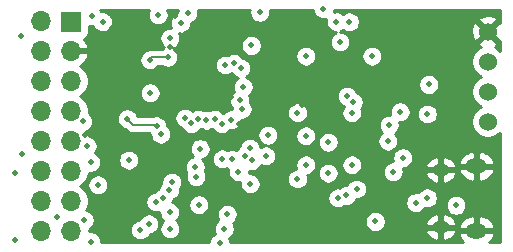
<source format=gbr>
G04 #@! TF.GenerationSoftware,KiCad,Pcbnew,5.1.5+dfsg1-2build2*
G04 #@! TF.CreationDate,2021-07-26T09:56:11+01:00*
G04 #@! TF.ProjectId,picopak,7069636f-7061-46b2-9e6b-696361645f70,rev?*
G04 #@! TF.SameCoordinates,Original*
G04 #@! TF.FileFunction,Copper,L2,Inr*
G04 #@! TF.FilePolarity,Positive*
%FSLAX46Y46*%
G04 Gerber Fmt 4.6, Leading zero omitted, Abs format (unit mm)*
G04 Created by KiCad (PCBNEW 5.1.5+dfsg1-2build2) date 2021-07-26 09:56:11*
%MOMM*%
%LPD*%
G04 APERTURE LIST*
%ADD10C,1.524000*%
%ADD11R,1.700000X1.700000*%
%ADD12O,1.700000X1.700000*%
%ADD13O,1.450000X1.050000*%
%ADD14O,1.800000X1.300000*%
%ADD15C,0.500000*%
%ADD16C,0.200000*%
%ADD17C,0.254000*%
G04 APERTURE END LIST*
D10*
X208300000Y-79145000D03*
X208300000Y-76605000D03*
X208300000Y-74065000D03*
X208300000Y-71525000D03*
D11*
X173050000Y-70700000D03*
D12*
X170510000Y-70620000D03*
X173050000Y-73160000D03*
X170510000Y-73160000D03*
X173050000Y-75700000D03*
X170510000Y-75700000D03*
X173050000Y-78240000D03*
X170510000Y-78240000D03*
X173050000Y-80780000D03*
X170510000Y-80780000D03*
X173050000Y-83320000D03*
X170510000Y-83320000D03*
X173050000Y-85860000D03*
X170510000Y-85860000D03*
X173050000Y-88400000D03*
X170510000Y-88400000D03*
D13*
X204320000Y-83225000D03*
X204320000Y-88075000D03*
D14*
X207350000Y-88375000D03*
X207350000Y-82925000D03*
D15*
X202200000Y-86000000D03*
X187600000Y-76200000D03*
X187400000Y-74600000D03*
X196928838Y-77504651D03*
X197200000Y-84850000D03*
X205623263Y-86240711D03*
X196400000Y-77000000D03*
X196350000Y-85400000D03*
X203200000Y-85600000D03*
X192200000Y-84000000D03*
X192200000Y-78400000D03*
X196800000Y-78400000D03*
X196800000Y-82800000D03*
X186800000Y-74200000D03*
X195800000Y-72400000D03*
X204000000Y-80700000D03*
X199600000Y-84100000D03*
X189300000Y-84400000D03*
X192300000Y-75400000D03*
X192600000Y-77700000D03*
X190900000Y-72699989D03*
X201250000Y-71200000D03*
X181400000Y-72800003D03*
X176500000Y-71199998D03*
X177600000Y-88625001D03*
X175691075Y-87529336D03*
X180150000Y-82900000D03*
X176600000Y-70300000D03*
X205000000Y-72100000D03*
X187223784Y-79329032D03*
X185300000Y-71800000D03*
X181800000Y-70200000D03*
X174249693Y-80279259D03*
X186535835Y-77083472D03*
X186100000Y-74349990D03*
X188200000Y-84400000D03*
X189700000Y-80300000D03*
X187750000Y-82023625D03*
X192900000Y-73600000D03*
X181400000Y-72100000D03*
X168800000Y-71900000D03*
X175700000Y-70700000D03*
X198500000Y-73600000D03*
X183954047Y-81430282D03*
X192900000Y-82800000D03*
X192900000Y-80345010D03*
X179726556Y-76695626D03*
X203200000Y-78500000D03*
X203300000Y-76000000D03*
X199961091Y-79461091D03*
X200300000Y-83400000D03*
X194800000Y-83500000D03*
X194804990Y-80895010D03*
X177800000Y-78900000D03*
X180267104Y-79500000D03*
X188150000Y-81391928D03*
X187292753Y-77350677D03*
X188318185Y-82432487D03*
X187511597Y-78081384D03*
X198800000Y-87600000D03*
X199850010Y-80800000D03*
X179600000Y-87800000D03*
X181200001Y-73700000D03*
X179700000Y-73900000D03*
X189500000Y-82050000D03*
X200900000Y-78300000D03*
X201100000Y-82200000D03*
X182922988Y-69950000D03*
X174800000Y-70200000D03*
X188300000Y-72699989D03*
X174400000Y-81200000D03*
X186000000Y-88200000D03*
X181400000Y-88200000D03*
X181374998Y-86825000D03*
X187200000Y-83385998D03*
X186650000Y-82350002D03*
X186250000Y-87000001D03*
X195600000Y-85600000D03*
X196600000Y-70700000D03*
X189000000Y-69900000D03*
X182300000Y-70800000D03*
X186564080Y-79000000D03*
X185781332Y-79315290D03*
X185190616Y-78939714D03*
X184495725Y-79024135D03*
X178900000Y-88325000D03*
X185600000Y-89425000D03*
X185831067Y-82302913D03*
X174007124Y-79125157D03*
X183203215Y-79302710D03*
X183547115Y-82958407D03*
X183605663Y-83794773D03*
X181554999Y-84260001D03*
X181361872Y-84932835D03*
X180800000Y-85600000D03*
X182668011Y-78851535D03*
X180612490Y-80200000D03*
X180193780Y-85950000D03*
X183840711Y-86175000D03*
X183800985Y-78938466D03*
X177900000Y-82400000D03*
X174150000Y-87500000D03*
X170510000Y-80780000D03*
X171800000Y-87200000D03*
X175300000Y-84500000D03*
X174700000Y-89300000D03*
X168300000Y-89200000D03*
X168300000Y-83500000D03*
X174700000Y-82600000D03*
X168900000Y-81900000D03*
X180400000Y-70100000D03*
X194400000Y-69600000D03*
X195504265Y-70689337D03*
D16*
X178300000Y-79400000D02*
X177800000Y-78900000D01*
X180267104Y-79400000D02*
X178300000Y-79400000D01*
X179900000Y-73700000D02*
X179700000Y-73900000D01*
X181200001Y-73700000D02*
X179900000Y-73700000D01*
D17*
G36*
X179615723Y-69680795D02*
G01*
X179549010Y-69841855D01*
X179515000Y-70012835D01*
X179515000Y-70187165D01*
X179549010Y-70358145D01*
X179615723Y-70519205D01*
X179712576Y-70664155D01*
X179835845Y-70787424D01*
X179980795Y-70884277D01*
X180141855Y-70950990D01*
X180312835Y-70985000D01*
X180487165Y-70985000D01*
X180658145Y-70950990D01*
X180819205Y-70884277D01*
X180964155Y-70787424D01*
X181087424Y-70664155D01*
X181184277Y-70519205D01*
X181250990Y-70358145D01*
X181285000Y-70187165D01*
X181285000Y-70012835D01*
X181250990Y-69841855D01*
X181184277Y-69680795D01*
X181170382Y-69660000D01*
X182085193Y-69660000D01*
X182071998Y-69691855D01*
X182037988Y-69862835D01*
X182037988Y-69950612D01*
X181880795Y-70015723D01*
X181735845Y-70112576D01*
X181612576Y-70235845D01*
X181515723Y-70380795D01*
X181449010Y-70541855D01*
X181415000Y-70712835D01*
X181415000Y-70887165D01*
X181449010Y-71058145D01*
X181515723Y-71219205D01*
X181516860Y-71220907D01*
X181487165Y-71215000D01*
X181312835Y-71215000D01*
X181141855Y-71249010D01*
X180980795Y-71315723D01*
X180835845Y-71412576D01*
X180712576Y-71535845D01*
X180615723Y-71680795D01*
X180549010Y-71841855D01*
X180515000Y-72012835D01*
X180515000Y-72187165D01*
X180549010Y-72358145D01*
X180615723Y-72519205D01*
X180712576Y-72664155D01*
X180835845Y-72787424D01*
X180933311Y-72852549D01*
X180780796Y-72915723D01*
X180707048Y-72965000D01*
X179936105Y-72965000D01*
X179900000Y-72961444D01*
X179863895Y-72965000D01*
X179755915Y-72975635D01*
X179626146Y-73015000D01*
X179612835Y-73015000D01*
X179441855Y-73049010D01*
X179280795Y-73115723D01*
X179135845Y-73212576D01*
X179012576Y-73335845D01*
X178915723Y-73480795D01*
X178849010Y-73641855D01*
X178815000Y-73812835D01*
X178815000Y-73987165D01*
X178849010Y-74158145D01*
X178915723Y-74319205D01*
X179012576Y-74464155D01*
X179135845Y-74587424D01*
X179280795Y-74684277D01*
X179441855Y-74750990D01*
X179612835Y-74785000D01*
X179787165Y-74785000D01*
X179958145Y-74750990D01*
X180119205Y-74684277D01*
X180264155Y-74587424D01*
X180387424Y-74464155D01*
X180406905Y-74435000D01*
X180707048Y-74435000D01*
X180780796Y-74484277D01*
X180941856Y-74550990D01*
X181112836Y-74585000D01*
X181287166Y-74585000D01*
X181458146Y-74550990D01*
X181619206Y-74484277D01*
X181764156Y-74387424D01*
X181887425Y-74264155D01*
X181984278Y-74119205D01*
X182050991Y-73958145D01*
X182085001Y-73787165D01*
X182085001Y-73612835D01*
X182050991Y-73441855D01*
X181984278Y-73280795D01*
X181887425Y-73135845D01*
X181764156Y-73012576D01*
X181666690Y-72947451D01*
X181819205Y-72884277D01*
X181964155Y-72787424D01*
X182087424Y-72664155D01*
X182121722Y-72612824D01*
X187415000Y-72612824D01*
X187415000Y-72787154D01*
X187449010Y-72958134D01*
X187515723Y-73119194D01*
X187612576Y-73264144D01*
X187735845Y-73387413D01*
X187880795Y-73484266D01*
X188041855Y-73550979D01*
X188212835Y-73584989D01*
X188387165Y-73584989D01*
X188558145Y-73550979D01*
X188650233Y-73512835D01*
X192015000Y-73512835D01*
X192015000Y-73687165D01*
X192049010Y-73858145D01*
X192115723Y-74019205D01*
X192212576Y-74164155D01*
X192335845Y-74287424D01*
X192480795Y-74384277D01*
X192641855Y-74450990D01*
X192812835Y-74485000D01*
X192987165Y-74485000D01*
X193158145Y-74450990D01*
X193319205Y-74384277D01*
X193464155Y-74287424D01*
X193587424Y-74164155D01*
X193684277Y-74019205D01*
X193750990Y-73858145D01*
X193785000Y-73687165D01*
X193785000Y-73512835D01*
X197615000Y-73512835D01*
X197615000Y-73687165D01*
X197649010Y-73858145D01*
X197715723Y-74019205D01*
X197812576Y-74164155D01*
X197935845Y-74287424D01*
X198080795Y-74384277D01*
X198241855Y-74450990D01*
X198412835Y-74485000D01*
X198587165Y-74485000D01*
X198758145Y-74450990D01*
X198919205Y-74384277D01*
X199064155Y-74287424D01*
X199187424Y-74164155D01*
X199284277Y-74019205D01*
X199350990Y-73858145D01*
X199385000Y-73687165D01*
X199385000Y-73512835D01*
X199350990Y-73341855D01*
X199284277Y-73180795D01*
X199187424Y-73035845D01*
X199064155Y-72912576D01*
X198919205Y-72815723D01*
X198758145Y-72749010D01*
X198587165Y-72715000D01*
X198412835Y-72715000D01*
X198241855Y-72749010D01*
X198080795Y-72815723D01*
X197935845Y-72912576D01*
X197812576Y-73035845D01*
X197715723Y-73180795D01*
X197649010Y-73341855D01*
X197615000Y-73512835D01*
X193785000Y-73512835D01*
X193750990Y-73341855D01*
X193684277Y-73180795D01*
X193587424Y-73035845D01*
X193464155Y-72912576D01*
X193319205Y-72815723D01*
X193158145Y-72749010D01*
X192987165Y-72715000D01*
X192812835Y-72715000D01*
X192641855Y-72749010D01*
X192480795Y-72815723D01*
X192335845Y-72912576D01*
X192212576Y-73035845D01*
X192115723Y-73180795D01*
X192049010Y-73341855D01*
X192015000Y-73512835D01*
X188650233Y-73512835D01*
X188719205Y-73484266D01*
X188864155Y-73387413D01*
X188987424Y-73264144D01*
X189084277Y-73119194D01*
X189150990Y-72958134D01*
X189185000Y-72787154D01*
X189185000Y-72612824D01*
X189150990Y-72441844D01*
X189084277Y-72280784D01*
X188987424Y-72135834D01*
X188864155Y-72012565D01*
X188719205Y-71915712D01*
X188558145Y-71848999D01*
X188387165Y-71814989D01*
X188212835Y-71814989D01*
X188041855Y-71848999D01*
X187880795Y-71915712D01*
X187735845Y-72012565D01*
X187612576Y-72135834D01*
X187515723Y-72280784D01*
X187449010Y-72441844D01*
X187415000Y-72612824D01*
X182121722Y-72612824D01*
X182184277Y-72519205D01*
X182250990Y-72358145D01*
X182285000Y-72187165D01*
X182285000Y-72012835D01*
X182250990Y-71841855D01*
X182184277Y-71680795D01*
X182183140Y-71679093D01*
X182212835Y-71685000D01*
X182387165Y-71685000D01*
X182558145Y-71650990D01*
X182719205Y-71584277D01*
X182864155Y-71487424D01*
X182987424Y-71364155D01*
X183084277Y-71219205D01*
X183150990Y-71058145D01*
X183185000Y-70887165D01*
X183185000Y-70799388D01*
X183342193Y-70734277D01*
X183487143Y-70637424D01*
X183610412Y-70514155D01*
X183707265Y-70369205D01*
X183773978Y-70208145D01*
X183807988Y-70037165D01*
X183807988Y-69862835D01*
X183773978Y-69691855D01*
X183760783Y-69660000D01*
X188145401Y-69660000D01*
X188115000Y-69812835D01*
X188115000Y-69987165D01*
X188149010Y-70158145D01*
X188215723Y-70319205D01*
X188312576Y-70464155D01*
X188435845Y-70587424D01*
X188580795Y-70684277D01*
X188741855Y-70750990D01*
X188912835Y-70785000D01*
X189087165Y-70785000D01*
X189258145Y-70750990D01*
X189419205Y-70684277D01*
X189564155Y-70587424D01*
X189687424Y-70464155D01*
X189784277Y-70319205D01*
X189850990Y-70158145D01*
X189885000Y-69987165D01*
X189885000Y-69812835D01*
X189854599Y-69660000D01*
X193515000Y-69660000D01*
X193515000Y-69687165D01*
X193549010Y-69858145D01*
X193615723Y-70019205D01*
X193712576Y-70164155D01*
X193835845Y-70287424D01*
X193980795Y-70384277D01*
X194141855Y-70450990D01*
X194312835Y-70485000D01*
X194487165Y-70485000D01*
X194648974Y-70452814D01*
X194619265Y-70602172D01*
X194619265Y-70776502D01*
X194653275Y-70947482D01*
X194719988Y-71108542D01*
X194816841Y-71253492D01*
X194940110Y-71376761D01*
X195085060Y-71473614D01*
X195246120Y-71540327D01*
X195417100Y-71574337D01*
X195480710Y-71574337D01*
X195380795Y-71615723D01*
X195235845Y-71712576D01*
X195112576Y-71835845D01*
X195015723Y-71980795D01*
X194949010Y-72141855D01*
X194915000Y-72312835D01*
X194915000Y-72487165D01*
X194949010Y-72658145D01*
X195015723Y-72819205D01*
X195112576Y-72964155D01*
X195235845Y-73087424D01*
X195380795Y-73184277D01*
X195541855Y-73250990D01*
X195712835Y-73285000D01*
X195887165Y-73285000D01*
X196058145Y-73250990D01*
X196219205Y-73184277D01*
X196364155Y-73087424D01*
X196487424Y-72964155D01*
X196584277Y-72819205D01*
X196650990Y-72658145D01*
X196685000Y-72487165D01*
X196685000Y-72312835D01*
X196650990Y-72141855D01*
X196584277Y-71980795D01*
X196487424Y-71835845D01*
X196364155Y-71712576D01*
X196219205Y-71615723D01*
X196174045Y-71597017D01*
X206898090Y-71597017D01*
X206939078Y-71869133D01*
X207032364Y-72128023D01*
X207094344Y-72243980D01*
X207334435Y-72310960D01*
X208120395Y-71525000D01*
X207334435Y-70739040D01*
X207094344Y-70806020D01*
X206977244Y-71055048D01*
X206910977Y-71322135D01*
X206898090Y-71597017D01*
X196174045Y-71597017D01*
X196058145Y-71549010D01*
X195887165Y-71515000D01*
X195823555Y-71515000D01*
X195923470Y-71473614D01*
X196044153Y-71392976D01*
X196180795Y-71484277D01*
X196341855Y-71550990D01*
X196512835Y-71585000D01*
X196687165Y-71585000D01*
X196858145Y-71550990D01*
X197019205Y-71484277D01*
X197164155Y-71387424D01*
X197287424Y-71264155D01*
X197384277Y-71119205D01*
X197450990Y-70958145D01*
X197485000Y-70787165D01*
X197485000Y-70612835D01*
X197474379Y-70559435D01*
X207514040Y-70559435D01*
X208300000Y-71345395D01*
X209085960Y-70559435D01*
X209018980Y-70319344D01*
X208769952Y-70202244D01*
X208502865Y-70135977D01*
X208227983Y-70123090D01*
X207955867Y-70164078D01*
X207696977Y-70257364D01*
X207581020Y-70319344D01*
X207514040Y-70559435D01*
X197474379Y-70559435D01*
X197450990Y-70441855D01*
X197384277Y-70280795D01*
X197287424Y-70135845D01*
X197164155Y-70012576D01*
X197019205Y-69915723D01*
X196858145Y-69849010D01*
X196687165Y-69815000D01*
X196512835Y-69815000D01*
X196341855Y-69849010D01*
X196180795Y-69915723D01*
X196060112Y-69996361D01*
X195923470Y-69905060D01*
X195762410Y-69838347D01*
X195591430Y-69804337D01*
X195417100Y-69804337D01*
X195255291Y-69836523D01*
X195285000Y-69687165D01*
X195285000Y-69660000D01*
X209340000Y-69660000D01*
X209340000Y-70032418D01*
X209340001Y-70032428D01*
X209340001Y-70759806D01*
X209265565Y-70739040D01*
X208479605Y-71525000D01*
X209265565Y-72310960D01*
X209340001Y-72290194D01*
X209340001Y-73129346D01*
X209190535Y-72979880D01*
X208961727Y-72826995D01*
X208890057Y-72797308D01*
X208903023Y-72792636D01*
X209018980Y-72730656D01*
X209085960Y-72490565D01*
X208300000Y-71704605D01*
X207514040Y-72490565D01*
X207581020Y-72730656D01*
X207716760Y-72794485D01*
X207638273Y-72826995D01*
X207409465Y-72979880D01*
X207214880Y-73174465D01*
X207061995Y-73403273D01*
X206956686Y-73657510D01*
X206903000Y-73927408D01*
X206903000Y-74202592D01*
X206956686Y-74472490D01*
X207061995Y-74726727D01*
X207214880Y-74955535D01*
X207409465Y-75150120D01*
X207638273Y-75303005D01*
X207715515Y-75335000D01*
X207638273Y-75366995D01*
X207409465Y-75519880D01*
X207214880Y-75714465D01*
X207061995Y-75943273D01*
X206956686Y-76197510D01*
X206903000Y-76467408D01*
X206903000Y-76742592D01*
X206956686Y-77012490D01*
X207061995Y-77266727D01*
X207214880Y-77495535D01*
X207409465Y-77690120D01*
X207638273Y-77843005D01*
X207715515Y-77875000D01*
X207638273Y-77906995D01*
X207409465Y-78059880D01*
X207214880Y-78254465D01*
X207061995Y-78483273D01*
X206956686Y-78737510D01*
X206903000Y-79007408D01*
X206903000Y-79282592D01*
X206956686Y-79552490D01*
X207061995Y-79806727D01*
X207214880Y-80035535D01*
X207409465Y-80230120D01*
X207638273Y-80383005D01*
X207892510Y-80488314D01*
X208162408Y-80542000D01*
X208437592Y-80542000D01*
X208707490Y-80488314D01*
X208961727Y-80383005D01*
X209190535Y-80230120D01*
X209340000Y-80080655D01*
X209340000Y-89340000D01*
X208457581Y-89340000D01*
X208572191Y-89233375D01*
X208720971Y-89027217D01*
X208826673Y-88795994D01*
X208843099Y-88700471D01*
X208719067Y-88502000D01*
X207477000Y-88502000D01*
X207477000Y-88522000D01*
X207223000Y-88522000D01*
X207223000Y-88502000D01*
X205980933Y-88502000D01*
X205856901Y-88700471D01*
X205873327Y-88795994D01*
X205979029Y-89027217D01*
X206127809Y-89233375D01*
X206242419Y-89340000D01*
X186485000Y-89340000D01*
X186485000Y-89337835D01*
X186450990Y-89166855D01*
X186384277Y-89005795D01*
X186380587Y-89000273D01*
X186419205Y-88984277D01*
X186564155Y-88887424D01*
X186687424Y-88764155D01*
X186784277Y-88619205D01*
X186850990Y-88458145D01*
X186885000Y-88287165D01*
X186885000Y-88112835D01*
X186850990Y-87941855D01*
X186784277Y-87780795D01*
X186750368Y-87730046D01*
X186814155Y-87687425D01*
X186937424Y-87564156D01*
X186971715Y-87512835D01*
X197915000Y-87512835D01*
X197915000Y-87687165D01*
X197949010Y-87858145D01*
X198015723Y-88019205D01*
X198112576Y-88164155D01*
X198235845Y-88287424D01*
X198380795Y-88384277D01*
X198541855Y-88450990D01*
X198712835Y-88485000D01*
X198887165Y-88485000D01*
X199058145Y-88450990D01*
X199219205Y-88384277D01*
X199224393Y-88380810D01*
X203001036Y-88380810D01*
X203005216Y-88417711D01*
X203093496Y-88628609D01*
X203221224Y-88818232D01*
X203383491Y-88979294D01*
X203574062Y-89105604D01*
X203785613Y-89192308D01*
X204010014Y-89236075D01*
X204193000Y-89080236D01*
X204193000Y-88202000D01*
X204447000Y-88202000D01*
X204447000Y-89080236D01*
X204629986Y-89236075D01*
X204854387Y-89192308D01*
X205065938Y-89105604D01*
X205256509Y-88979294D01*
X205418776Y-88818232D01*
X205546504Y-88628609D01*
X205634784Y-88417711D01*
X205638964Y-88380810D01*
X205513163Y-88202000D01*
X204447000Y-88202000D01*
X204193000Y-88202000D01*
X203126837Y-88202000D01*
X203001036Y-88380810D01*
X199224393Y-88380810D01*
X199364155Y-88287424D01*
X199487424Y-88164155D01*
X199564015Y-88049529D01*
X205856901Y-88049529D01*
X205980933Y-88248000D01*
X207223000Y-88248000D01*
X207223000Y-87242691D01*
X207477000Y-87242691D01*
X207477000Y-88248000D01*
X208719067Y-88248000D01*
X208843099Y-88049529D01*
X208826673Y-87954006D01*
X208720971Y-87722783D01*
X208572191Y-87516625D01*
X208386050Y-87343453D01*
X208169701Y-87209923D01*
X207931459Y-87121167D01*
X207680480Y-87080595D01*
X207477000Y-87242691D01*
X207223000Y-87242691D01*
X207019520Y-87080595D01*
X206768541Y-87121167D01*
X206530299Y-87209923D01*
X206313950Y-87343453D01*
X206127809Y-87516625D01*
X205979029Y-87722783D01*
X205873327Y-87954006D01*
X205856901Y-88049529D01*
X199564015Y-88049529D01*
X199584277Y-88019205D01*
X199650990Y-87858145D01*
X199668684Y-87769190D01*
X203001036Y-87769190D01*
X203126837Y-87948000D01*
X204193000Y-87948000D01*
X204193000Y-87069764D01*
X204447000Y-87069764D01*
X204447000Y-87948000D01*
X205513163Y-87948000D01*
X205638964Y-87769190D01*
X205634784Y-87732289D01*
X205546504Y-87521391D01*
X205418776Y-87331768D01*
X205256509Y-87170706D01*
X205065938Y-87044396D01*
X204854387Y-86957692D01*
X204629986Y-86913925D01*
X204447000Y-87069764D01*
X204193000Y-87069764D01*
X204010014Y-86913925D01*
X203785613Y-86957692D01*
X203574062Y-87044396D01*
X203383491Y-87170706D01*
X203221224Y-87331768D01*
X203093496Y-87521391D01*
X203005216Y-87732289D01*
X203001036Y-87769190D01*
X199668684Y-87769190D01*
X199685000Y-87687165D01*
X199685000Y-87512835D01*
X199650990Y-87341855D01*
X199584277Y-87180795D01*
X199487424Y-87035845D01*
X199364155Y-86912576D01*
X199219205Y-86815723D01*
X199058145Y-86749010D01*
X198887165Y-86715000D01*
X198712835Y-86715000D01*
X198541855Y-86749010D01*
X198380795Y-86815723D01*
X198235845Y-86912576D01*
X198112576Y-87035845D01*
X198015723Y-87180795D01*
X197949010Y-87341855D01*
X197915000Y-87512835D01*
X186971715Y-87512835D01*
X187034277Y-87419206D01*
X187100990Y-87258146D01*
X187135000Y-87087166D01*
X187135000Y-86912836D01*
X187100990Y-86741856D01*
X187034277Y-86580796D01*
X186937424Y-86435846D01*
X186814155Y-86312577D01*
X186669205Y-86215724D01*
X186508145Y-86149011D01*
X186337165Y-86115001D01*
X186162835Y-86115001D01*
X185991855Y-86149011D01*
X185830795Y-86215724D01*
X185685845Y-86312577D01*
X185562576Y-86435846D01*
X185465723Y-86580796D01*
X185399010Y-86741856D01*
X185365000Y-86912836D01*
X185365000Y-87087166D01*
X185399010Y-87258146D01*
X185465723Y-87419206D01*
X185499632Y-87469955D01*
X185435845Y-87512576D01*
X185312576Y-87635845D01*
X185215723Y-87780795D01*
X185149010Y-87941855D01*
X185115000Y-88112835D01*
X185115000Y-88287165D01*
X185149010Y-88458145D01*
X185215723Y-88619205D01*
X185219413Y-88624727D01*
X185180795Y-88640723D01*
X185035845Y-88737576D01*
X184912576Y-88860845D01*
X184815723Y-89005795D01*
X184749010Y-89166855D01*
X184715000Y-89337835D01*
X184715000Y-89340000D01*
X175585000Y-89340000D01*
X175585000Y-89212835D01*
X175550990Y-89041855D01*
X175484277Y-88880795D01*
X175387424Y-88735845D01*
X175264155Y-88612576D01*
X175119205Y-88515723D01*
X174958145Y-88449010D01*
X174787165Y-88415000D01*
X174612835Y-88415000D01*
X174535000Y-88430482D01*
X174535000Y-88298445D01*
X174569205Y-88284277D01*
X174638710Y-88237835D01*
X178015000Y-88237835D01*
X178015000Y-88412165D01*
X178049010Y-88583145D01*
X178115723Y-88744205D01*
X178212576Y-88889155D01*
X178335845Y-89012424D01*
X178480795Y-89109277D01*
X178641855Y-89175990D01*
X178812835Y-89210000D01*
X178987165Y-89210000D01*
X179158145Y-89175990D01*
X179319205Y-89109277D01*
X179464155Y-89012424D01*
X179587424Y-88889155D01*
X179684277Y-88744205D01*
X179710743Y-88680310D01*
X179858145Y-88650990D01*
X180019205Y-88584277D01*
X180164155Y-88487424D01*
X180287424Y-88364155D01*
X180384277Y-88219205D01*
X180450990Y-88058145D01*
X180485000Y-87887165D01*
X180485000Y-87712835D01*
X180450990Y-87541855D01*
X180384277Y-87380795D01*
X180287424Y-87235845D01*
X180164155Y-87112576D01*
X180019205Y-87015723D01*
X179858145Y-86949010D01*
X179687165Y-86915000D01*
X179512835Y-86915000D01*
X179341855Y-86949010D01*
X179180795Y-87015723D01*
X179035845Y-87112576D01*
X178912576Y-87235845D01*
X178815723Y-87380795D01*
X178789257Y-87444690D01*
X178641855Y-87474010D01*
X178480795Y-87540723D01*
X178335845Y-87637576D01*
X178212576Y-87760845D01*
X178115723Y-87905795D01*
X178049010Y-88066855D01*
X178015000Y-88237835D01*
X174638710Y-88237835D01*
X174714155Y-88187424D01*
X174837424Y-88064155D01*
X174934277Y-87919205D01*
X175000990Y-87758145D01*
X175035000Y-87587165D01*
X175035000Y-87412835D01*
X175000990Y-87241855D01*
X174934277Y-87080795D01*
X174837424Y-86935845D01*
X174714155Y-86812576D01*
X174569205Y-86715723D01*
X174408145Y-86649010D01*
X174320450Y-86631566D01*
X174365990Y-86563411D01*
X174477932Y-86293158D01*
X174535000Y-86006260D01*
X174535000Y-85862835D01*
X179308780Y-85862835D01*
X179308780Y-86037165D01*
X179342790Y-86208145D01*
X179409503Y-86369205D01*
X179506356Y-86514155D01*
X179629625Y-86637424D01*
X179774575Y-86734277D01*
X179935635Y-86800990D01*
X180106615Y-86835000D01*
X180280945Y-86835000D01*
X180451925Y-86800990D01*
X180489998Y-86785220D01*
X180489998Y-86912165D01*
X180524008Y-87083145D01*
X180590721Y-87244205D01*
X180687574Y-87389155D01*
X180810843Y-87512424D01*
X180825922Y-87522499D01*
X180712576Y-87635845D01*
X180615723Y-87780795D01*
X180549010Y-87941855D01*
X180515000Y-88112835D01*
X180515000Y-88287165D01*
X180549010Y-88458145D01*
X180615723Y-88619205D01*
X180712576Y-88764155D01*
X180835845Y-88887424D01*
X180980795Y-88984277D01*
X181141855Y-89050990D01*
X181312835Y-89085000D01*
X181487165Y-89085000D01*
X181658145Y-89050990D01*
X181819205Y-88984277D01*
X181964155Y-88887424D01*
X182087424Y-88764155D01*
X182184277Y-88619205D01*
X182250990Y-88458145D01*
X182285000Y-88287165D01*
X182285000Y-88112835D01*
X182250990Y-87941855D01*
X182184277Y-87780795D01*
X182087424Y-87635845D01*
X181964155Y-87512576D01*
X181949076Y-87502501D01*
X182062422Y-87389155D01*
X182159275Y-87244205D01*
X182225988Y-87083145D01*
X182259998Y-86912165D01*
X182259998Y-86737835D01*
X182225988Y-86566855D01*
X182159275Y-86405795D01*
X182062422Y-86260845D01*
X181939153Y-86137576D01*
X181864711Y-86087835D01*
X182955711Y-86087835D01*
X182955711Y-86262165D01*
X182989721Y-86433145D01*
X183056434Y-86594205D01*
X183153287Y-86739155D01*
X183276556Y-86862424D01*
X183421506Y-86959277D01*
X183582566Y-87025990D01*
X183753546Y-87060000D01*
X183927876Y-87060000D01*
X184098856Y-87025990D01*
X184259916Y-86959277D01*
X184404866Y-86862424D01*
X184528135Y-86739155D01*
X184624988Y-86594205D01*
X184691701Y-86433145D01*
X184725711Y-86262165D01*
X184725711Y-86087835D01*
X184691701Y-85916855D01*
X184624988Y-85755795D01*
X184528135Y-85610845D01*
X184430125Y-85512835D01*
X194715000Y-85512835D01*
X194715000Y-85687165D01*
X194749010Y-85858145D01*
X194815723Y-86019205D01*
X194912576Y-86164155D01*
X195035845Y-86287424D01*
X195180795Y-86384277D01*
X195341855Y-86450990D01*
X195512835Y-86485000D01*
X195687165Y-86485000D01*
X195858145Y-86450990D01*
X196019205Y-86384277D01*
X196164155Y-86287424D01*
X196182549Y-86269030D01*
X196262835Y-86285000D01*
X196437165Y-86285000D01*
X196608145Y-86250990D01*
X196769205Y-86184277D01*
X196914155Y-86087424D01*
X197037424Y-85964155D01*
X197071715Y-85912835D01*
X201315000Y-85912835D01*
X201315000Y-86087165D01*
X201349010Y-86258145D01*
X201415723Y-86419205D01*
X201512576Y-86564155D01*
X201635845Y-86687424D01*
X201780795Y-86784277D01*
X201941855Y-86850990D01*
X202112835Y-86885000D01*
X202287165Y-86885000D01*
X202458145Y-86850990D01*
X202619205Y-86784277D01*
X202764155Y-86687424D01*
X202887424Y-86564155D01*
X202960554Y-86454709D01*
X203112835Y-86485000D01*
X203287165Y-86485000D01*
X203458145Y-86450990D01*
X203619205Y-86384277D01*
X203764155Y-86287424D01*
X203887424Y-86164155D01*
X203894512Y-86153546D01*
X204738263Y-86153546D01*
X204738263Y-86327876D01*
X204772273Y-86498856D01*
X204838986Y-86659916D01*
X204935839Y-86804866D01*
X205059108Y-86928135D01*
X205204058Y-87024988D01*
X205365118Y-87091701D01*
X205536098Y-87125711D01*
X205710428Y-87125711D01*
X205881408Y-87091701D01*
X206042468Y-87024988D01*
X206187418Y-86928135D01*
X206310687Y-86804866D01*
X206407540Y-86659916D01*
X206474253Y-86498856D01*
X206508263Y-86327876D01*
X206508263Y-86153546D01*
X206474253Y-85982566D01*
X206407540Y-85821506D01*
X206310687Y-85676556D01*
X206187418Y-85553287D01*
X206042468Y-85456434D01*
X205881408Y-85389721D01*
X205710428Y-85355711D01*
X205536098Y-85355711D01*
X205365118Y-85389721D01*
X205204058Y-85456434D01*
X205059108Y-85553287D01*
X204935839Y-85676556D01*
X204838986Y-85821506D01*
X204772273Y-85982566D01*
X204738263Y-86153546D01*
X203894512Y-86153546D01*
X203984277Y-86019205D01*
X204050990Y-85858145D01*
X204085000Y-85687165D01*
X204085000Y-85512835D01*
X204050990Y-85341855D01*
X203984277Y-85180795D01*
X203887424Y-85035845D01*
X203764155Y-84912576D01*
X203619205Y-84815723D01*
X203458145Y-84749010D01*
X203287165Y-84715000D01*
X203112835Y-84715000D01*
X202941855Y-84749010D01*
X202780795Y-84815723D01*
X202635845Y-84912576D01*
X202512576Y-85035845D01*
X202439446Y-85145291D01*
X202287165Y-85115000D01*
X202112835Y-85115000D01*
X201941855Y-85149010D01*
X201780795Y-85215723D01*
X201635845Y-85312576D01*
X201512576Y-85435845D01*
X201415723Y-85580795D01*
X201349010Y-85741855D01*
X201315000Y-85912835D01*
X197071715Y-85912835D01*
X197134277Y-85819205D01*
X197169156Y-85735000D01*
X197287165Y-85735000D01*
X197458145Y-85700990D01*
X197619205Y-85634277D01*
X197764155Y-85537424D01*
X197887424Y-85414155D01*
X197984277Y-85269205D01*
X198050990Y-85108145D01*
X198085000Y-84937165D01*
X198085000Y-84762835D01*
X198050990Y-84591855D01*
X197984277Y-84430795D01*
X197887424Y-84285845D01*
X197764155Y-84162576D01*
X197619205Y-84065723D01*
X197458145Y-83999010D01*
X197287165Y-83965000D01*
X197112835Y-83965000D01*
X196941855Y-83999010D01*
X196780795Y-84065723D01*
X196635845Y-84162576D01*
X196512576Y-84285845D01*
X196415723Y-84430795D01*
X196380844Y-84515000D01*
X196262835Y-84515000D01*
X196091855Y-84549010D01*
X195930795Y-84615723D01*
X195785845Y-84712576D01*
X195767451Y-84730970D01*
X195687165Y-84715000D01*
X195512835Y-84715000D01*
X195341855Y-84749010D01*
X195180795Y-84815723D01*
X195035845Y-84912576D01*
X194912576Y-85035845D01*
X194815723Y-85180795D01*
X194749010Y-85341855D01*
X194715000Y-85512835D01*
X184430125Y-85512835D01*
X184404866Y-85487576D01*
X184259916Y-85390723D01*
X184098856Y-85324010D01*
X183927876Y-85290000D01*
X183753546Y-85290000D01*
X183582566Y-85324010D01*
X183421506Y-85390723D01*
X183276556Y-85487576D01*
X183153287Y-85610845D01*
X183056434Y-85755795D01*
X182989721Y-85916855D01*
X182955711Y-86087835D01*
X181864711Y-86087835D01*
X181794203Y-86040723D01*
X181633143Y-85974010D01*
X181605292Y-85968470D01*
X181650990Y-85858145D01*
X181669882Y-85763170D01*
X181781077Y-85717112D01*
X181926027Y-85620259D01*
X182049296Y-85496990D01*
X182146149Y-85352040D01*
X182212862Y-85190980D01*
X182246872Y-85020000D01*
X182246872Y-84845670D01*
X182242554Y-84823960D01*
X182339276Y-84679206D01*
X182405989Y-84518146D01*
X182439999Y-84347166D01*
X182439999Y-84172836D01*
X182405989Y-84001856D01*
X182339276Y-83840796D01*
X182242423Y-83695846D01*
X182119154Y-83572577D01*
X181974204Y-83475724D01*
X181813144Y-83409011D01*
X181642164Y-83375001D01*
X181467834Y-83375001D01*
X181296854Y-83409011D01*
X181135794Y-83475724D01*
X180990844Y-83572577D01*
X180867575Y-83695846D01*
X180770722Y-83840796D01*
X180704009Y-84001856D01*
X180669999Y-84172836D01*
X180669999Y-84347166D01*
X180674317Y-84368876D01*
X180577595Y-84513630D01*
X180510882Y-84674690D01*
X180491990Y-84769665D01*
X180380795Y-84815723D01*
X180235845Y-84912576D01*
X180112576Y-85035845D01*
X180091023Y-85068101D01*
X179935635Y-85099010D01*
X179774575Y-85165723D01*
X179629625Y-85262576D01*
X179506356Y-85385845D01*
X179409503Y-85530795D01*
X179342790Y-85691855D01*
X179308780Y-85862835D01*
X174535000Y-85862835D01*
X174535000Y-85713740D01*
X174477932Y-85426842D01*
X174365990Y-85156589D01*
X174203475Y-84913368D01*
X173996632Y-84706525D01*
X173822240Y-84590000D01*
X173996632Y-84473475D01*
X174057272Y-84412835D01*
X174415000Y-84412835D01*
X174415000Y-84587165D01*
X174449010Y-84758145D01*
X174515723Y-84919205D01*
X174612576Y-85064155D01*
X174735845Y-85187424D01*
X174880795Y-85284277D01*
X175041855Y-85350990D01*
X175212835Y-85385000D01*
X175387165Y-85385000D01*
X175558145Y-85350990D01*
X175719205Y-85284277D01*
X175864155Y-85187424D01*
X175987424Y-85064155D01*
X176084277Y-84919205D01*
X176150990Y-84758145D01*
X176185000Y-84587165D01*
X176185000Y-84412835D01*
X176150990Y-84241855D01*
X176084277Y-84080795D01*
X175987424Y-83935845D01*
X175864155Y-83812576D01*
X175719205Y-83715723D01*
X175558145Y-83649010D01*
X175387165Y-83615000D01*
X175212835Y-83615000D01*
X175041855Y-83649010D01*
X174880795Y-83715723D01*
X174735845Y-83812576D01*
X174612576Y-83935845D01*
X174515723Y-84080795D01*
X174449010Y-84241855D01*
X174415000Y-84412835D01*
X174057272Y-84412835D01*
X174203475Y-84266632D01*
X174365990Y-84023411D01*
X174477932Y-83753158D01*
X174534377Y-83469394D01*
X174612835Y-83485000D01*
X174787165Y-83485000D01*
X174958145Y-83450990D01*
X175119205Y-83384277D01*
X175264155Y-83287424D01*
X175387424Y-83164155D01*
X175484277Y-83019205D01*
X175550990Y-82858145D01*
X175585000Y-82687165D01*
X175585000Y-82512835D01*
X175550990Y-82341855D01*
X175538970Y-82312835D01*
X177015000Y-82312835D01*
X177015000Y-82487165D01*
X177049010Y-82658145D01*
X177115723Y-82819205D01*
X177212576Y-82964155D01*
X177335845Y-83087424D01*
X177480795Y-83184277D01*
X177641855Y-83250990D01*
X177812835Y-83285000D01*
X177987165Y-83285000D01*
X178158145Y-83250990D01*
X178319205Y-83184277D01*
X178464155Y-83087424D01*
X178587424Y-82964155D01*
X178649506Y-82871242D01*
X182662115Y-82871242D01*
X182662115Y-83045572D01*
X182696125Y-83216552D01*
X182762838Y-83377612D01*
X182798458Y-83430921D01*
X182754673Y-83536628D01*
X182720663Y-83707608D01*
X182720663Y-83881938D01*
X182754673Y-84052918D01*
X182821386Y-84213978D01*
X182918239Y-84358928D01*
X183041508Y-84482197D01*
X183186458Y-84579050D01*
X183347518Y-84645763D01*
X183518498Y-84679773D01*
X183692828Y-84679773D01*
X183863808Y-84645763D01*
X184024868Y-84579050D01*
X184169818Y-84482197D01*
X184293087Y-84358928D01*
X184389940Y-84213978D01*
X184456653Y-84052918D01*
X184490663Y-83881938D01*
X184490663Y-83707608D01*
X184456653Y-83536628D01*
X184389940Y-83375568D01*
X184354320Y-83322259D01*
X184398105Y-83216552D01*
X184432115Y-83045572D01*
X184432115Y-82871242D01*
X184398105Y-82700262D01*
X184331392Y-82539202D01*
X184234539Y-82394252D01*
X184136596Y-82296309D01*
X184212192Y-82281272D01*
X184370381Y-82215748D01*
X184946067Y-82215748D01*
X184946067Y-82390078D01*
X184980077Y-82561058D01*
X185046790Y-82722118D01*
X185143643Y-82867068D01*
X185266912Y-82990337D01*
X185411862Y-83087190D01*
X185572922Y-83153903D01*
X185743902Y-83187913D01*
X185918232Y-83187913D01*
X186089212Y-83153903D01*
X186194744Y-83110190D01*
X186230795Y-83134279D01*
X186338831Y-83179029D01*
X186315000Y-83298833D01*
X186315000Y-83473163D01*
X186349010Y-83644143D01*
X186415723Y-83805203D01*
X186512576Y-83950153D01*
X186635845Y-84073422D01*
X186780795Y-84170275D01*
X186941855Y-84236988D01*
X187112835Y-84270998D01*
X187287165Y-84270998D01*
X187324811Y-84263510D01*
X187315000Y-84312835D01*
X187315000Y-84487165D01*
X187349010Y-84658145D01*
X187415723Y-84819205D01*
X187512576Y-84964155D01*
X187635845Y-85087424D01*
X187780795Y-85184277D01*
X187941855Y-85250990D01*
X188112835Y-85285000D01*
X188287165Y-85285000D01*
X188458145Y-85250990D01*
X188619205Y-85184277D01*
X188764155Y-85087424D01*
X188887424Y-84964155D01*
X188984277Y-84819205D01*
X189050990Y-84658145D01*
X189085000Y-84487165D01*
X189085000Y-84312835D01*
X189050990Y-84141855D01*
X188984277Y-83980795D01*
X188938868Y-83912835D01*
X191315000Y-83912835D01*
X191315000Y-84087165D01*
X191349010Y-84258145D01*
X191415723Y-84419205D01*
X191512576Y-84564155D01*
X191635845Y-84687424D01*
X191780795Y-84784277D01*
X191941855Y-84850990D01*
X192112835Y-84885000D01*
X192287165Y-84885000D01*
X192458145Y-84850990D01*
X192619205Y-84784277D01*
X192764155Y-84687424D01*
X192887424Y-84564155D01*
X192984277Y-84419205D01*
X193050990Y-84258145D01*
X193085000Y-84087165D01*
X193085000Y-83912835D01*
X193050990Y-83741855D01*
X193024374Y-83677599D01*
X193158145Y-83650990D01*
X193319205Y-83584277D01*
X193464155Y-83487424D01*
X193538744Y-83412835D01*
X193915000Y-83412835D01*
X193915000Y-83587165D01*
X193949010Y-83758145D01*
X194015723Y-83919205D01*
X194112576Y-84064155D01*
X194235845Y-84187424D01*
X194380795Y-84284277D01*
X194541855Y-84350990D01*
X194712835Y-84385000D01*
X194887165Y-84385000D01*
X195058145Y-84350990D01*
X195219205Y-84284277D01*
X195364155Y-84187424D01*
X195487424Y-84064155D01*
X195584277Y-83919205D01*
X195650990Y-83758145D01*
X195685000Y-83587165D01*
X195685000Y-83412835D01*
X195650990Y-83241855D01*
X195584277Y-83080795D01*
X195487424Y-82935845D01*
X195364155Y-82812576D01*
X195219205Y-82715723D01*
X195212233Y-82712835D01*
X195915000Y-82712835D01*
X195915000Y-82887165D01*
X195949010Y-83058145D01*
X196015723Y-83219205D01*
X196112576Y-83364155D01*
X196235845Y-83487424D01*
X196380795Y-83584277D01*
X196541855Y-83650990D01*
X196712835Y-83685000D01*
X196887165Y-83685000D01*
X197058145Y-83650990D01*
X197219205Y-83584277D01*
X197364155Y-83487424D01*
X197487424Y-83364155D01*
X197521715Y-83312835D01*
X199415000Y-83312835D01*
X199415000Y-83487165D01*
X199449010Y-83658145D01*
X199515723Y-83819205D01*
X199612576Y-83964155D01*
X199735845Y-84087424D01*
X199880795Y-84184277D01*
X200041855Y-84250990D01*
X200212835Y-84285000D01*
X200387165Y-84285000D01*
X200558145Y-84250990D01*
X200719205Y-84184277D01*
X200864155Y-84087424D01*
X200987424Y-83964155D01*
X201084277Y-83819205D01*
X201150990Y-83658145D01*
X201176318Y-83530810D01*
X203001036Y-83530810D01*
X203005216Y-83567711D01*
X203093496Y-83778609D01*
X203221224Y-83968232D01*
X203383491Y-84129294D01*
X203574062Y-84255604D01*
X203785613Y-84342308D01*
X204010014Y-84386075D01*
X204193000Y-84230236D01*
X204193000Y-83352000D01*
X204447000Y-83352000D01*
X204447000Y-84230236D01*
X204629986Y-84386075D01*
X204854387Y-84342308D01*
X205065938Y-84255604D01*
X205256509Y-84129294D01*
X205418776Y-83968232D01*
X205546504Y-83778609D01*
X205634784Y-83567711D01*
X205638964Y-83530810D01*
X205513163Y-83352000D01*
X204447000Y-83352000D01*
X204193000Y-83352000D01*
X203126837Y-83352000D01*
X203001036Y-83530810D01*
X201176318Y-83530810D01*
X201185000Y-83487165D01*
X201185000Y-83312835D01*
X201172596Y-83250471D01*
X205856901Y-83250471D01*
X205873327Y-83345994D01*
X205979029Y-83577217D01*
X206127809Y-83783375D01*
X206313950Y-83956547D01*
X206530299Y-84090077D01*
X206768541Y-84178833D01*
X207019520Y-84219405D01*
X207223000Y-84057309D01*
X207223000Y-83052000D01*
X207477000Y-83052000D01*
X207477000Y-84057309D01*
X207680480Y-84219405D01*
X207931459Y-84178833D01*
X208169701Y-84090077D01*
X208386050Y-83956547D01*
X208572191Y-83783375D01*
X208720971Y-83577217D01*
X208826673Y-83345994D01*
X208843099Y-83250471D01*
X208719067Y-83052000D01*
X207477000Y-83052000D01*
X207223000Y-83052000D01*
X205980933Y-83052000D01*
X205856901Y-83250471D01*
X201172596Y-83250471D01*
X201150990Y-83141855D01*
X201127440Y-83085000D01*
X201187165Y-83085000D01*
X201358145Y-83050990D01*
X201519205Y-82984277D01*
X201616614Y-82919190D01*
X203001036Y-82919190D01*
X203126837Y-83098000D01*
X204193000Y-83098000D01*
X204193000Y-82219764D01*
X204447000Y-82219764D01*
X204447000Y-83098000D01*
X205513163Y-83098000D01*
X205638964Y-82919190D01*
X205634784Y-82882289D01*
X205546504Y-82671391D01*
X205498099Y-82599529D01*
X205856901Y-82599529D01*
X205980933Y-82798000D01*
X207223000Y-82798000D01*
X207223000Y-81792691D01*
X207477000Y-81792691D01*
X207477000Y-82798000D01*
X208719067Y-82798000D01*
X208843099Y-82599529D01*
X208826673Y-82504006D01*
X208720971Y-82272783D01*
X208572191Y-82066625D01*
X208386050Y-81893453D01*
X208169701Y-81759923D01*
X207931459Y-81671167D01*
X207680480Y-81630595D01*
X207477000Y-81792691D01*
X207223000Y-81792691D01*
X207019520Y-81630595D01*
X206768541Y-81671167D01*
X206530299Y-81759923D01*
X206313950Y-81893453D01*
X206127809Y-82066625D01*
X205979029Y-82272783D01*
X205873327Y-82504006D01*
X205856901Y-82599529D01*
X205498099Y-82599529D01*
X205418776Y-82481768D01*
X205256509Y-82320706D01*
X205065938Y-82194396D01*
X204854387Y-82107692D01*
X204629986Y-82063925D01*
X204447000Y-82219764D01*
X204193000Y-82219764D01*
X204010014Y-82063925D01*
X203785613Y-82107692D01*
X203574062Y-82194396D01*
X203383491Y-82320706D01*
X203221224Y-82481768D01*
X203093496Y-82671391D01*
X203005216Y-82882289D01*
X203001036Y-82919190D01*
X201616614Y-82919190D01*
X201664155Y-82887424D01*
X201787424Y-82764155D01*
X201884277Y-82619205D01*
X201950990Y-82458145D01*
X201985000Y-82287165D01*
X201985000Y-82112835D01*
X201950990Y-81941855D01*
X201884277Y-81780795D01*
X201787424Y-81635845D01*
X201664155Y-81512576D01*
X201519205Y-81415723D01*
X201358145Y-81349010D01*
X201187165Y-81315000D01*
X201012835Y-81315000D01*
X200841855Y-81349010D01*
X200680795Y-81415723D01*
X200535845Y-81512576D01*
X200412576Y-81635845D01*
X200315723Y-81780795D01*
X200249010Y-81941855D01*
X200215000Y-82112835D01*
X200215000Y-82287165D01*
X200249010Y-82458145D01*
X200272560Y-82515000D01*
X200212835Y-82515000D01*
X200041855Y-82549010D01*
X199880795Y-82615723D01*
X199735845Y-82712576D01*
X199612576Y-82835845D01*
X199515723Y-82980795D01*
X199449010Y-83141855D01*
X199415000Y-83312835D01*
X197521715Y-83312835D01*
X197584277Y-83219205D01*
X197650990Y-83058145D01*
X197685000Y-82887165D01*
X197685000Y-82712835D01*
X197650990Y-82541855D01*
X197584277Y-82380795D01*
X197487424Y-82235845D01*
X197364155Y-82112576D01*
X197219205Y-82015723D01*
X197058145Y-81949010D01*
X196887165Y-81915000D01*
X196712835Y-81915000D01*
X196541855Y-81949010D01*
X196380795Y-82015723D01*
X196235845Y-82112576D01*
X196112576Y-82235845D01*
X196015723Y-82380795D01*
X195949010Y-82541855D01*
X195915000Y-82712835D01*
X195212233Y-82712835D01*
X195058145Y-82649010D01*
X194887165Y-82615000D01*
X194712835Y-82615000D01*
X194541855Y-82649010D01*
X194380795Y-82715723D01*
X194235845Y-82812576D01*
X194112576Y-82935845D01*
X194015723Y-83080795D01*
X193949010Y-83241855D01*
X193915000Y-83412835D01*
X193538744Y-83412835D01*
X193587424Y-83364155D01*
X193684277Y-83219205D01*
X193750990Y-83058145D01*
X193785000Y-82887165D01*
X193785000Y-82712835D01*
X193750990Y-82541855D01*
X193684277Y-82380795D01*
X193587424Y-82235845D01*
X193464155Y-82112576D01*
X193319205Y-82015723D01*
X193158145Y-81949010D01*
X192987165Y-81915000D01*
X192812835Y-81915000D01*
X192641855Y-81949010D01*
X192480795Y-82015723D01*
X192335845Y-82112576D01*
X192212576Y-82235845D01*
X192115723Y-82380795D01*
X192049010Y-82541855D01*
X192015000Y-82712835D01*
X192015000Y-82887165D01*
X192049010Y-83058145D01*
X192075626Y-83122401D01*
X191941855Y-83149010D01*
X191780795Y-83215723D01*
X191635845Y-83312576D01*
X191512576Y-83435845D01*
X191415723Y-83580795D01*
X191349010Y-83741855D01*
X191315000Y-83912835D01*
X188938868Y-83912835D01*
X188887424Y-83835845D01*
X188764155Y-83712576D01*
X188619205Y-83615723D01*
X188458145Y-83549010D01*
X188287165Y-83515000D01*
X188112835Y-83515000D01*
X188075189Y-83522488D01*
X188085000Y-83473163D01*
X188085000Y-83298833D01*
X188082848Y-83288014D01*
X188231020Y-83317487D01*
X188405350Y-83317487D01*
X188576330Y-83283477D01*
X188737390Y-83216764D01*
X188882340Y-83119911D01*
X189005609Y-82996642D01*
X189102462Y-82851692D01*
X189105446Y-82844488D01*
X189241855Y-82900990D01*
X189412835Y-82935000D01*
X189587165Y-82935000D01*
X189758145Y-82900990D01*
X189919205Y-82834277D01*
X190064155Y-82737424D01*
X190187424Y-82614155D01*
X190284277Y-82469205D01*
X190350990Y-82308145D01*
X190385000Y-82137165D01*
X190385000Y-81962835D01*
X190350990Y-81791855D01*
X190284277Y-81630795D01*
X190187424Y-81485845D01*
X190064155Y-81362576D01*
X189919205Y-81265723D01*
X189758145Y-81199010D01*
X189687712Y-81185000D01*
X189787165Y-81185000D01*
X189958145Y-81150990D01*
X190119205Y-81084277D01*
X190264155Y-80987424D01*
X190387424Y-80864155D01*
X190484277Y-80719205D01*
X190550990Y-80558145D01*
X190585000Y-80387165D01*
X190585000Y-80257845D01*
X192015000Y-80257845D01*
X192015000Y-80432175D01*
X192049010Y-80603155D01*
X192115723Y-80764215D01*
X192212576Y-80909165D01*
X192335845Y-81032434D01*
X192480795Y-81129287D01*
X192641855Y-81196000D01*
X192812835Y-81230010D01*
X192987165Y-81230010D01*
X193158145Y-81196000D01*
X193319205Y-81129287D01*
X193464155Y-81032434D01*
X193587424Y-80909165D01*
X193655124Y-80807845D01*
X193919990Y-80807845D01*
X193919990Y-80982175D01*
X193954000Y-81153155D01*
X194020713Y-81314215D01*
X194117566Y-81459165D01*
X194240835Y-81582434D01*
X194385785Y-81679287D01*
X194546845Y-81746000D01*
X194717825Y-81780010D01*
X194892155Y-81780010D01*
X195063135Y-81746000D01*
X195224195Y-81679287D01*
X195369145Y-81582434D01*
X195492414Y-81459165D01*
X195589267Y-81314215D01*
X195655980Y-81153155D01*
X195689990Y-80982175D01*
X195689990Y-80807845D01*
X195671092Y-80712835D01*
X198965010Y-80712835D01*
X198965010Y-80887165D01*
X198999020Y-81058145D01*
X199065733Y-81219205D01*
X199162586Y-81364155D01*
X199285855Y-81487424D01*
X199430805Y-81584277D01*
X199591865Y-81650990D01*
X199762845Y-81685000D01*
X199937175Y-81685000D01*
X200108155Y-81650990D01*
X200269215Y-81584277D01*
X200414165Y-81487424D01*
X200537434Y-81364155D01*
X200634287Y-81219205D01*
X200701000Y-81058145D01*
X200735010Y-80887165D01*
X200735010Y-80712835D01*
X200701000Y-80541855D01*
X200634287Y-80380795D01*
X200537434Y-80235845D01*
X200480202Y-80178613D01*
X200525246Y-80148515D01*
X200648515Y-80025246D01*
X200745368Y-79880296D01*
X200812081Y-79719236D01*
X200846091Y-79548256D01*
X200846091Y-79373926D01*
X200812081Y-79202946D01*
X200803912Y-79183225D01*
X200812835Y-79185000D01*
X200987165Y-79185000D01*
X201158145Y-79150990D01*
X201319205Y-79084277D01*
X201464155Y-78987424D01*
X201587424Y-78864155D01*
X201684277Y-78719205D01*
X201750990Y-78558145D01*
X201779893Y-78412835D01*
X202315000Y-78412835D01*
X202315000Y-78587165D01*
X202349010Y-78758145D01*
X202415723Y-78919205D01*
X202512576Y-79064155D01*
X202635845Y-79187424D01*
X202780795Y-79284277D01*
X202941855Y-79350990D01*
X203112835Y-79385000D01*
X203287165Y-79385000D01*
X203458145Y-79350990D01*
X203619205Y-79284277D01*
X203764155Y-79187424D01*
X203887424Y-79064155D01*
X203984277Y-78919205D01*
X204050990Y-78758145D01*
X204085000Y-78587165D01*
X204085000Y-78412835D01*
X204050990Y-78241855D01*
X203984277Y-78080795D01*
X203887424Y-77935845D01*
X203764155Y-77812576D01*
X203619205Y-77715723D01*
X203458145Y-77649010D01*
X203287165Y-77615000D01*
X203112835Y-77615000D01*
X202941855Y-77649010D01*
X202780795Y-77715723D01*
X202635845Y-77812576D01*
X202512576Y-77935845D01*
X202415723Y-78080795D01*
X202349010Y-78241855D01*
X202315000Y-78412835D01*
X201779893Y-78412835D01*
X201785000Y-78387165D01*
X201785000Y-78212835D01*
X201750990Y-78041855D01*
X201684277Y-77880795D01*
X201587424Y-77735845D01*
X201464155Y-77612576D01*
X201319205Y-77515723D01*
X201158145Y-77449010D01*
X200987165Y-77415000D01*
X200812835Y-77415000D01*
X200641855Y-77449010D01*
X200480795Y-77515723D01*
X200335845Y-77612576D01*
X200212576Y-77735845D01*
X200115723Y-77880795D01*
X200049010Y-78041855D01*
X200015000Y-78212835D01*
X200015000Y-78387165D01*
X200049010Y-78558145D01*
X200057179Y-78577866D01*
X200048256Y-78576091D01*
X199873926Y-78576091D01*
X199702946Y-78610101D01*
X199541886Y-78676814D01*
X199396936Y-78773667D01*
X199273667Y-78896936D01*
X199176814Y-79041886D01*
X199110101Y-79202946D01*
X199076091Y-79373926D01*
X199076091Y-79548256D01*
X199110101Y-79719236D01*
X199176814Y-79880296D01*
X199273667Y-80025246D01*
X199330899Y-80082478D01*
X199285855Y-80112576D01*
X199162586Y-80235845D01*
X199065733Y-80380795D01*
X198999020Y-80541855D01*
X198965010Y-80712835D01*
X195671092Y-80712835D01*
X195655980Y-80636865D01*
X195589267Y-80475805D01*
X195492414Y-80330855D01*
X195369145Y-80207586D01*
X195224195Y-80110733D01*
X195063135Y-80044020D01*
X194892155Y-80010010D01*
X194717825Y-80010010D01*
X194546845Y-80044020D01*
X194385785Y-80110733D01*
X194240835Y-80207586D01*
X194117566Y-80330855D01*
X194020713Y-80475805D01*
X193954000Y-80636865D01*
X193919990Y-80807845D01*
X193655124Y-80807845D01*
X193684277Y-80764215D01*
X193750990Y-80603155D01*
X193785000Y-80432175D01*
X193785000Y-80257845D01*
X193750990Y-80086865D01*
X193684277Y-79925805D01*
X193587424Y-79780855D01*
X193464155Y-79657586D01*
X193319205Y-79560733D01*
X193158145Y-79494020D01*
X192987165Y-79460010D01*
X192812835Y-79460010D01*
X192641855Y-79494020D01*
X192480795Y-79560733D01*
X192335845Y-79657586D01*
X192212576Y-79780855D01*
X192115723Y-79925805D01*
X192049010Y-80086865D01*
X192015000Y-80257845D01*
X190585000Y-80257845D01*
X190585000Y-80212835D01*
X190550990Y-80041855D01*
X190484277Y-79880795D01*
X190387424Y-79735845D01*
X190264155Y-79612576D01*
X190119205Y-79515723D01*
X189958145Y-79449010D01*
X189787165Y-79415000D01*
X189612835Y-79415000D01*
X189441855Y-79449010D01*
X189280795Y-79515723D01*
X189135845Y-79612576D01*
X189012576Y-79735845D01*
X188915723Y-79880795D01*
X188849010Y-80041855D01*
X188815000Y-80212835D01*
X188815000Y-80387165D01*
X188849010Y-80558145D01*
X188915723Y-80719205D01*
X189012576Y-80864155D01*
X189135845Y-80987424D01*
X189280795Y-81084277D01*
X189441855Y-81150990D01*
X189512288Y-81165000D01*
X189412835Y-81165000D01*
X189241855Y-81199010D01*
X189080795Y-81265723D01*
X189033518Y-81297313D01*
X189000990Y-81133783D01*
X188934277Y-80972723D01*
X188837424Y-80827773D01*
X188714155Y-80704504D01*
X188569205Y-80607651D01*
X188408145Y-80540938D01*
X188237165Y-80506928D01*
X188062835Y-80506928D01*
X187891855Y-80540938D01*
X187730795Y-80607651D01*
X187585845Y-80704504D01*
X187462576Y-80827773D01*
X187365723Y-80972723D01*
X187299010Y-81133783D01*
X187269921Y-81280023D01*
X187185845Y-81336201D01*
X187062576Y-81459470D01*
X187008406Y-81540541D01*
X186908145Y-81499012D01*
X186737165Y-81465002D01*
X186562835Y-81465002D01*
X186391855Y-81499012D01*
X186286323Y-81542725D01*
X186250272Y-81518636D01*
X186089212Y-81451923D01*
X185918232Y-81417913D01*
X185743902Y-81417913D01*
X185572922Y-81451923D01*
X185411862Y-81518636D01*
X185266912Y-81615489D01*
X185143643Y-81738758D01*
X185046790Y-81883708D01*
X184980077Y-82044768D01*
X184946067Y-82215748D01*
X184370381Y-82215748D01*
X184373252Y-82214559D01*
X184518202Y-82117706D01*
X184641471Y-81994437D01*
X184738324Y-81849487D01*
X184805037Y-81688427D01*
X184839047Y-81517447D01*
X184839047Y-81343117D01*
X184805037Y-81172137D01*
X184738324Y-81011077D01*
X184641471Y-80866127D01*
X184518202Y-80742858D01*
X184373252Y-80646005D01*
X184212192Y-80579292D01*
X184041212Y-80545282D01*
X183866882Y-80545282D01*
X183695902Y-80579292D01*
X183534842Y-80646005D01*
X183389892Y-80742858D01*
X183266623Y-80866127D01*
X183169770Y-81011077D01*
X183103057Y-81172137D01*
X183069047Y-81343117D01*
X183069047Y-81517447D01*
X183103057Y-81688427D01*
X183169770Y-81849487D01*
X183266623Y-81994437D01*
X183364566Y-82092380D01*
X183288970Y-82107417D01*
X183127910Y-82174130D01*
X182982960Y-82270983D01*
X182859691Y-82394252D01*
X182762838Y-82539202D01*
X182696125Y-82700262D01*
X182662115Y-82871242D01*
X178649506Y-82871242D01*
X178684277Y-82819205D01*
X178750990Y-82658145D01*
X178785000Y-82487165D01*
X178785000Y-82312835D01*
X178750990Y-82141855D01*
X178684277Y-81980795D01*
X178587424Y-81835845D01*
X178464155Y-81712576D01*
X178319205Y-81615723D01*
X178158145Y-81549010D01*
X177987165Y-81515000D01*
X177812835Y-81515000D01*
X177641855Y-81549010D01*
X177480795Y-81615723D01*
X177335845Y-81712576D01*
X177212576Y-81835845D01*
X177115723Y-81980795D01*
X177049010Y-82141855D01*
X177015000Y-82312835D01*
X175538970Y-82312835D01*
X175484277Y-82180795D01*
X175387424Y-82035845D01*
X175264155Y-81912576D01*
X175119205Y-81815723D01*
X175060268Y-81791311D01*
X175087424Y-81764155D01*
X175184277Y-81619205D01*
X175250990Y-81458145D01*
X175285000Y-81287165D01*
X175285000Y-81112835D01*
X175250990Y-80941855D01*
X175184277Y-80780795D01*
X175087424Y-80635845D01*
X174964155Y-80512576D01*
X174819205Y-80415723D01*
X174658145Y-80349010D01*
X174487165Y-80315000D01*
X174464743Y-80315000D01*
X174365990Y-80076589D01*
X174291592Y-79965244D01*
X174426329Y-79909434D01*
X174571279Y-79812581D01*
X174694548Y-79689312D01*
X174791401Y-79544362D01*
X174858114Y-79383302D01*
X174892124Y-79212322D01*
X174892124Y-79037992D01*
X174858114Y-78867012D01*
X174835674Y-78812835D01*
X176915000Y-78812835D01*
X176915000Y-78987165D01*
X176949010Y-79158145D01*
X177015723Y-79319205D01*
X177112576Y-79464155D01*
X177235845Y-79587424D01*
X177380795Y-79684277D01*
X177541855Y-79750990D01*
X177628847Y-79768294D01*
X177754746Y-79894192D01*
X177777762Y-79922238D01*
X177889680Y-80014087D01*
X178017367Y-80082337D01*
X178117052Y-80112576D01*
X178155915Y-80124365D01*
X178300000Y-80138556D01*
X178336105Y-80135000D01*
X179650525Y-80135000D01*
X179702949Y-80187424D01*
X179727490Y-80203822D01*
X179727490Y-80287165D01*
X179761500Y-80458145D01*
X179828213Y-80619205D01*
X179925066Y-80764155D01*
X180048335Y-80887424D01*
X180193285Y-80984277D01*
X180354345Y-81050990D01*
X180525325Y-81085000D01*
X180699655Y-81085000D01*
X180870635Y-81050990D01*
X181031695Y-80984277D01*
X181176645Y-80887424D01*
X181299914Y-80764155D01*
X181396767Y-80619205D01*
X181463480Y-80458145D01*
X181497490Y-80287165D01*
X181497490Y-80112835D01*
X181463480Y-79941855D01*
X181396767Y-79780795D01*
X181299914Y-79635845D01*
X181176645Y-79512576D01*
X181152104Y-79496178D01*
X181152104Y-79412835D01*
X181118094Y-79241855D01*
X181051381Y-79080795D01*
X180954528Y-78935845D01*
X180831259Y-78812576D01*
X180759114Y-78764370D01*
X181783011Y-78764370D01*
X181783011Y-78938700D01*
X181817021Y-79109680D01*
X181883734Y-79270740D01*
X181980587Y-79415690D01*
X182103856Y-79538959D01*
X182248806Y-79635812D01*
X182409866Y-79702525D01*
X182411000Y-79702751D01*
X182418938Y-79721915D01*
X182515791Y-79866865D01*
X182639060Y-79990134D01*
X182784010Y-80086987D01*
X182945070Y-80153700D01*
X183116050Y-80187710D01*
X183290380Y-80187710D01*
X183461360Y-80153700D01*
X183622420Y-80086987D01*
X183767370Y-79990134D01*
X183890639Y-79866865D01*
X183924464Y-79816243D01*
X184050669Y-79791139D01*
X184076520Y-79808412D01*
X184237580Y-79875125D01*
X184408560Y-79909135D01*
X184582890Y-79909135D01*
X184753870Y-79875125D01*
X184914930Y-79808412D01*
X184939376Y-79792078D01*
X185050269Y-79814136D01*
X185093908Y-79879445D01*
X185217177Y-80002714D01*
X185362127Y-80099567D01*
X185523187Y-80166280D01*
X185694167Y-80200290D01*
X185868497Y-80200290D01*
X186039477Y-80166280D01*
X186200537Y-80099567D01*
X186345487Y-80002714D01*
X186465476Y-79882725D01*
X186476915Y-79885000D01*
X186651245Y-79885000D01*
X186822225Y-79850990D01*
X186983285Y-79784277D01*
X187128235Y-79687424D01*
X187251504Y-79564155D01*
X187348357Y-79419205D01*
X187415070Y-79258145D01*
X187449080Y-79087165D01*
X187449080Y-78966384D01*
X187598762Y-78966384D01*
X187769742Y-78932374D01*
X187930802Y-78865661D01*
X188075752Y-78768808D01*
X188199021Y-78645539D01*
X188295874Y-78500589D01*
X188362587Y-78339529D01*
X188367896Y-78312835D01*
X191315000Y-78312835D01*
X191315000Y-78487165D01*
X191349010Y-78658145D01*
X191415723Y-78819205D01*
X191512576Y-78964155D01*
X191635845Y-79087424D01*
X191780795Y-79184277D01*
X191941855Y-79250990D01*
X192112835Y-79285000D01*
X192287165Y-79285000D01*
X192458145Y-79250990D01*
X192619205Y-79184277D01*
X192764155Y-79087424D01*
X192887424Y-78964155D01*
X192984277Y-78819205D01*
X193050990Y-78658145D01*
X193085000Y-78487165D01*
X193085000Y-78312835D01*
X193050990Y-78141855D01*
X192984277Y-77980795D01*
X192887424Y-77835845D01*
X192764155Y-77712576D01*
X192619205Y-77615723D01*
X192458145Y-77549010D01*
X192287165Y-77515000D01*
X192112835Y-77515000D01*
X191941855Y-77549010D01*
X191780795Y-77615723D01*
X191635845Y-77712576D01*
X191512576Y-77835845D01*
X191415723Y-77980795D01*
X191349010Y-78141855D01*
X191315000Y-78312835D01*
X188367896Y-78312835D01*
X188396597Y-78168549D01*
X188396597Y-77994219D01*
X188362587Y-77823239D01*
X188295874Y-77662179D01*
X188199021Y-77517229D01*
X188168110Y-77486318D01*
X188177753Y-77437842D01*
X188177753Y-77263512D01*
X188143743Y-77092532D01*
X188081626Y-76942568D01*
X188126124Y-76912835D01*
X195515000Y-76912835D01*
X195515000Y-77087165D01*
X195549010Y-77258145D01*
X195615723Y-77419205D01*
X195712576Y-77564155D01*
X195835845Y-77687424D01*
X195980795Y-77784277D01*
X196108689Y-77837252D01*
X196109816Y-77839975D01*
X196015723Y-77980795D01*
X195949010Y-78141855D01*
X195915000Y-78312835D01*
X195915000Y-78487165D01*
X195949010Y-78658145D01*
X196015723Y-78819205D01*
X196112576Y-78964155D01*
X196235845Y-79087424D01*
X196380795Y-79184277D01*
X196541855Y-79250990D01*
X196712835Y-79285000D01*
X196887165Y-79285000D01*
X197058145Y-79250990D01*
X197219205Y-79184277D01*
X197364155Y-79087424D01*
X197487424Y-78964155D01*
X197584277Y-78819205D01*
X197650990Y-78658145D01*
X197685000Y-78487165D01*
X197685000Y-78312835D01*
X197650990Y-78141855D01*
X197619022Y-78064676D01*
X197713115Y-77923856D01*
X197779828Y-77762796D01*
X197813838Y-77591816D01*
X197813838Y-77417486D01*
X197779828Y-77246506D01*
X197713115Y-77085446D01*
X197616262Y-76940496D01*
X197492993Y-76817227D01*
X197348043Y-76720374D01*
X197220149Y-76667399D01*
X197184277Y-76580795D01*
X197087424Y-76435845D01*
X196964155Y-76312576D01*
X196819205Y-76215723D01*
X196658145Y-76149010D01*
X196487165Y-76115000D01*
X196312835Y-76115000D01*
X196141855Y-76149010D01*
X195980795Y-76215723D01*
X195835845Y-76312576D01*
X195712576Y-76435845D01*
X195615723Y-76580795D01*
X195549010Y-76741855D01*
X195515000Y-76912835D01*
X188126124Y-76912835D01*
X188164155Y-76887424D01*
X188287424Y-76764155D01*
X188384277Y-76619205D01*
X188450990Y-76458145D01*
X188485000Y-76287165D01*
X188485000Y-76112835D01*
X188450990Y-75941855D01*
X188438970Y-75912835D01*
X202415000Y-75912835D01*
X202415000Y-76087165D01*
X202449010Y-76258145D01*
X202515723Y-76419205D01*
X202612576Y-76564155D01*
X202735845Y-76687424D01*
X202880795Y-76784277D01*
X203041855Y-76850990D01*
X203212835Y-76885000D01*
X203387165Y-76885000D01*
X203558145Y-76850990D01*
X203719205Y-76784277D01*
X203864155Y-76687424D01*
X203987424Y-76564155D01*
X204084277Y-76419205D01*
X204150990Y-76258145D01*
X204185000Y-76087165D01*
X204185000Y-75912835D01*
X204150990Y-75741855D01*
X204084277Y-75580795D01*
X203987424Y-75435845D01*
X203864155Y-75312576D01*
X203719205Y-75215723D01*
X203558145Y-75149010D01*
X203387165Y-75115000D01*
X203212835Y-75115000D01*
X203041855Y-75149010D01*
X202880795Y-75215723D01*
X202735845Y-75312576D01*
X202612576Y-75435845D01*
X202515723Y-75580795D01*
X202449010Y-75741855D01*
X202415000Y-75912835D01*
X188438970Y-75912835D01*
X188384277Y-75780795D01*
X188287424Y-75635845D01*
X188164155Y-75512576D01*
X188019205Y-75415723D01*
X187866689Y-75352549D01*
X187964155Y-75287424D01*
X188087424Y-75164155D01*
X188184277Y-75019205D01*
X188250990Y-74858145D01*
X188285000Y-74687165D01*
X188285000Y-74512835D01*
X188250990Y-74341855D01*
X188184277Y-74180795D01*
X188087424Y-74035845D01*
X187964155Y-73912576D01*
X187819205Y-73815723D01*
X187658145Y-73749010D01*
X187548461Y-73727192D01*
X187487424Y-73635845D01*
X187364155Y-73512576D01*
X187219205Y-73415723D01*
X187058145Y-73349010D01*
X186887165Y-73315000D01*
X186712835Y-73315000D01*
X186541855Y-73349010D01*
X186380795Y-73415723D01*
X186279558Y-73483368D01*
X186187165Y-73464990D01*
X186012835Y-73464990D01*
X185841855Y-73499000D01*
X185680795Y-73565713D01*
X185535845Y-73662566D01*
X185412576Y-73785835D01*
X185315723Y-73930785D01*
X185249010Y-74091845D01*
X185215000Y-74262825D01*
X185215000Y-74437155D01*
X185249010Y-74608135D01*
X185315723Y-74769195D01*
X185412576Y-74914145D01*
X185535845Y-75037414D01*
X185680795Y-75134267D01*
X185841855Y-75200980D01*
X186012835Y-75234990D01*
X186187165Y-75234990D01*
X186358145Y-75200980D01*
X186519205Y-75134267D01*
X186620442Y-75066622D01*
X186651539Y-75072808D01*
X186712576Y-75164155D01*
X186835845Y-75287424D01*
X186980795Y-75384277D01*
X187133311Y-75447451D01*
X187035845Y-75512576D01*
X186912576Y-75635845D01*
X186815723Y-75780795D01*
X186749010Y-75941855D01*
X186715000Y-76112835D01*
X186715000Y-76287165D01*
X186749010Y-76458145D01*
X186811127Y-76608109D01*
X186728598Y-76663253D01*
X186605329Y-76786522D01*
X186508476Y-76931472D01*
X186441763Y-77092532D01*
X186407753Y-77263512D01*
X186407753Y-77437842D01*
X186441763Y-77608822D01*
X186508476Y-77769882D01*
X186605329Y-77914832D01*
X186636240Y-77945743D01*
X186626597Y-77994219D01*
X186626597Y-78115000D01*
X186476915Y-78115000D01*
X186305935Y-78149010D01*
X186144875Y-78215723D01*
X185999925Y-78312576D01*
X185901633Y-78410868D01*
X185878040Y-78375559D01*
X185754771Y-78252290D01*
X185609821Y-78155437D01*
X185448761Y-78088724D01*
X185277781Y-78054714D01*
X185103451Y-78054714D01*
X184932471Y-78088724D01*
X184771411Y-78155437D01*
X184746965Y-78171771D01*
X184582890Y-78139135D01*
X184408560Y-78139135D01*
X184246041Y-78171462D01*
X184220190Y-78154189D01*
X184059130Y-78087476D01*
X183888150Y-78053466D01*
X183713820Y-78053466D01*
X183542840Y-78087476D01*
X183381780Y-78154189D01*
X183286145Y-78218090D01*
X183232166Y-78164111D01*
X183087216Y-78067258D01*
X182926156Y-78000545D01*
X182755176Y-77966535D01*
X182580846Y-77966535D01*
X182409866Y-78000545D01*
X182248806Y-78067258D01*
X182103856Y-78164111D01*
X181980587Y-78287380D01*
X181883734Y-78432330D01*
X181817021Y-78593390D01*
X181783011Y-78764370D01*
X180759114Y-78764370D01*
X180686309Y-78715723D01*
X180525249Y-78649010D01*
X180354269Y-78615000D01*
X180179939Y-78615000D01*
X180008959Y-78649010D01*
X179970356Y-78665000D01*
X178655594Y-78665000D01*
X178650990Y-78641855D01*
X178584277Y-78480795D01*
X178487424Y-78335845D01*
X178364155Y-78212576D01*
X178219205Y-78115723D01*
X178058145Y-78049010D01*
X177887165Y-78015000D01*
X177712835Y-78015000D01*
X177541855Y-78049010D01*
X177380795Y-78115723D01*
X177235845Y-78212576D01*
X177112576Y-78335845D01*
X177015723Y-78480795D01*
X176949010Y-78641855D01*
X176915000Y-78812835D01*
X174835674Y-78812835D01*
X174791401Y-78705952D01*
X174694548Y-78561002D01*
X174571279Y-78437733D01*
X174530219Y-78410297D01*
X174535000Y-78386260D01*
X174535000Y-78093740D01*
X174477932Y-77806842D01*
X174365990Y-77536589D01*
X174203475Y-77293368D01*
X173996632Y-77086525D01*
X173822240Y-76970000D01*
X173996632Y-76853475D01*
X174203475Y-76646632D01*
X174228980Y-76608461D01*
X178841556Y-76608461D01*
X178841556Y-76782791D01*
X178875566Y-76953771D01*
X178942279Y-77114831D01*
X179039132Y-77259781D01*
X179162401Y-77383050D01*
X179307351Y-77479903D01*
X179468411Y-77546616D01*
X179639391Y-77580626D01*
X179813721Y-77580626D01*
X179984701Y-77546616D01*
X180145761Y-77479903D01*
X180290711Y-77383050D01*
X180413980Y-77259781D01*
X180510833Y-77114831D01*
X180577546Y-76953771D01*
X180611556Y-76782791D01*
X180611556Y-76608461D01*
X180577546Y-76437481D01*
X180510833Y-76276421D01*
X180413980Y-76131471D01*
X180290711Y-76008202D01*
X180145761Y-75911349D01*
X179984701Y-75844636D01*
X179813721Y-75810626D01*
X179639391Y-75810626D01*
X179468411Y-75844636D01*
X179307351Y-75911349D01*
X179162401Y-76008202D01*
X179039132Y-76131471D01*
X178942279Y-76276421D01*
X178875566Y-76437481D01*
X178841556Y-76608461D01*
X174228980Y-76608461D01*
X174365990Y-76403411D01*
X174477932Y-76133158D01*
X174535000Y-75846260D01*
X174535000Y-75553740D01*
X174477932Y-75266842D01*
X174365990Y-74996589D01*
X174203475Y-74753368D01*
X173996632Y-74546525D01*
X173814466Y-74424805D01*
X173931355Y-74355178D01*
X174147588Y-74160269D01*
X174321641Y-73926920D01*
X174446825Y-73664099D01*
X174491476Y-73516890D01*
X174370155Y-73287000D01*
X173177000Y-73287000D01*
X173177000Y-73307000D01*
X172923000Y-73307000D01*
X172923000Y-73287000D01*
X172903000Y-73287000D01*
X172903000Y-73033000D01*
X172923000Y-73033000D01*
X172923000Y-73013000D01*
X173177000Y-73013000D01*
X173177000Y-73033000D01*
X174370155Y-73033000D01*
X174491476Y-72803110D01*
X174446825Y-72655901D01*
X174321641Y-72393080D01*
X174147588Y-72159731D01*
X174129939Y-72143822D01*
X174144180Y-72139502D01*
X174254494Y-72080537D01*
X174351185Y-72001185D01*
X174430537Y-71904494D01*
X174489502Y-71794180D01*
X174525812Y-71674482D01*
X174538072Y-71550000D01*
X174538072Y-71049423D01*
X174541855Y-71050990D01*
X174712835Y-71085000D01*
X174887165Y-71085000D01*
X174900460Y-71082356D01*
X174915723Y-71119205D01*
X175012576Y-71264155D01*
X175135845Y-71387424D01*
X175280795Y-71484277D01*
X175441855Y-71550990D01*
X175612835Y-71585000D01*
X175787165Y-71585000D01*
X175958145Y-71550990D01*
X176119205Y-71484277D01*
X176264155Y-71387424D01*
X176387424Y-71264155D01*
X176484277Y-71119205D01*
X176550990Y-70958145D01*
X176585000Y-70787165D01*
X176585000Y-70612835D01*
X176550990Y-70441855D01*
X176484277Y-70280795D01*
X176387424Y-70135845D01*
X176264155Y-70012576D01*
X176119205Y-69915723D01*
X175958145Y-69849010D01*
X175787165Y-69815000D01*
X175612835Y-69815000D01*
X175599540Y-69817644D01*
X175584277Y-69780795D01*
X175503564Y-69660000D01*
X179629618Y-69660000D01*
X179615723Y-69680795D01*
G37*
X179615723Y-69680795D02*
X179549010Y-69841855D01*
X179515000Y-70012835D01*
X179515000Y-70187165D01*
X179549010Y-70358145D01*
X179615723Y-70519205D01*
X179712576Y-70664155D01*
X179835845Y-70787424D01*
X179980795Y-70884277D01*
X180141855Y-70950990D01*
X180312835Y-70985000D01*
X180487165Y-70985000D01*
X180658145Y-70950990D01*
X180819205Y-70884277D01*
X180964155Y-70787424D01*
X181087424Y-70664155D01*
X181184277Y-70519205D01*
X181250990Y-70358145D01*
X181285000Y-70187165D01*
X181285000Y-70012835D01*
X181250990Y-69841855D01*
X181184277Y-69680795D01*
X181170382Y-69660000D01*
X182085193Y-69660000D01*
X182071998Y-69691855D01*
X182037988Y-69862835D01*
X182037988Y-69950612D01*
X181880795Y-70015723D01*
X181735845Y-70112576D01*
X181612576Y-70235845D01*
X181515723Y-70380795D01*
X181449010Y-70541855D01*
X181415000Y-70712835D01*
X181415000Y-70887165D01*
X181449010Y-71058145D01*
X181515723Y-71219205D01*
X181516860Y-71220907D01*
X181487165Y-71215000D01*
X181312835Y-71215000D01*
X181141855Y-71249010D01*
X180980795Y-71315723D01*
X180835845Y-71412576D01*
X180712576Y-71535845D01*
X180615723Y-71680795D01*
X180549010Y-71841855D01*
X180515000Y-72012835D01*
X180515000Y-72187165D01*
X180549010Y-72358145D01*
X180615723Y-72519205D01*
X180712576Y-72664155D01*
X180835845Y-72787424D01*
X180933311Y-72852549D01*
X180780796Y-72915723D01*
X180707048Y-72965000D01*
X179936105Y-72965000D01*
X179900000Y-72961444D01*
X179863895Y-72965000D01*
X179755915Y-72975635D01*
X179626146Y-73015000D01*
X179612835Y-73015000D01*
X179441855Y-73049010D01*
X179280795Y-73115723D01*
X179135845Y-73212576D01*
X179012576Y-73335845D01*
X178915723Y-73480795D01*
X178849010Y-73641855D01*
X178815000Y-73812835D01*
X178815000Y-73987165D01*
X178849010Y-74158145D01*
X178915723Y-74319205D01*
X179012576Y-74464155D01*
X179135845Y-74587424D01*
X179280795Y-74684277D01*
X179441855Y-74750990D01*
X179612835Y-74785000D01*
X179787165Y-74785000D01*
X179958145Y-74750990D01*
X180119205Y-74684277D01*
X180264155Y-74587424D01*
X180387424Y-74464155D01*
X180406905Y-74435000D01*
X180707048Y-74435000D01*
X180780796Y-74484277D01*
X180941856Y-74550990D01*
X181112836Y-74585000D01*
X181287166Y-74585000D01*
X181458146Y-74550990D01*
X181619206Y-74484277D01*
X181764156Y-74387424D01*
X181887425Y-74264155D01*
X181984278Y-74119205D01*
X182050991Y-73958145D01*
X182085001Y-73787165D01*
X182085001Y-73612835D01*
X182050991Y-73441855D01*
X181984278Y-73280795D01*
X181887425Y-73135845D01*
X181764156Y-73012576D01*
X181666690Y-72947451D01*
X181819205Y-72884277D01*
X181964155Y-72787424D01*
X182087424Y-72664155D01*
X182121722Y-72612824D01*
X187415000Y-72612824D01*
X187415000Y-72787154D01*
X187449010Y-72958134D01*
X187515723Y-73119194D01*
X187612576Y-73264144D01*
X187735845Y-73387413D01*
X187880795Y-73484266D01*
X188041855Y-73550979D01*
X188212835Y-73584989D01*
X188387165Y-73584989D01*
X188558145Y-73550979D01*
X188650233Y-73512835D01*
X192015000Y-73512835D01*
X192015000Y-73687165D01*
X192049010Y-73858145D01*
X192115723Y-74019205D01*
X192212576Y-74164155D01*
X192335845Y-74287424D01*
X192480795Y-74384277D01*
X192641855Y-74450990D01*
X192812835Y-74485000D01*
X192987165Y-74485000D01*
X193158145Y-74450990D01*
X193319205Y-74384277D01*
X193464155Y-74287424D01*
X193587424Y-74164155D01*
X193684277Y-74019205D01*
X193750990Y-73858145D01*
X193785000Y-73687165D01*
X193785000Y-73512835D01*
X197615000Y-73512835D01*
X197615000Y-73687165D01*
X197649010Y-73858145D01*
X197715723Y-74019205D01*
X197812576Y-74164155D01*
X197935845Y-74287424D01*
X198080795Y-74384277D01*
X198241855Y-74450990D01*
X198412835Y-74485000D01*
X198587165Y-74485000D01*
X198758145Y-74450990D01*
X198919205Y-74384277D01*
X199064155Y-74287424D01*
X199187424Y-74164155D01*
X199284277Y-74019205D01*
X199350990Y-73858145D01*
X199385000Y-73687165D01*
X199385000Y-73512835D01*
X199350990Y-73341855D01*
X199284277Y-73180795D01*
X199187424Y-73035845D01*
X199064155Y-72912576D01*
X198919205Y-72815723D01*
X198758145Y-72749010D01*
X198587165Y-72715000D01*
X198412835Y-72715000D01*
X198241855Y-72749010D01*
X198080795Y-72815723D01*
X197935845Y-72912576D01*
X197812576Y-73035845D01*
X197715723Y-73180795D01*
X197649010Y-73341855D01*
X197615000Y-73512835D01*
X193785000Y-73512835D01*
X193750990Y-73341855D01*
X193684277Y-73180795D01*
X193587424Y-73035845D01*
X193464155Y-72912576D01*
X193319205Y-72815723D01*
X193158145Y-72749010D01*
X192987165Y-72715000D01*
X192812835Y-72715000D01*
X192641855Y-72749010D01*
X192480795Y-72815723D01*
X192335845Y-72912576D01*
X192212576Y-73035845D01*
X192115723Y-73180795D01*
X192049010Y-73341855D01*
X192015000Y-73512835D01*
X188650233Y-73512835D01*
X188719205Y-73484266D01*
X188864155Y-73387413D01*
X188987424Y-73264144D01*
X189084277Y-73119194D01*
X189150990Y-72958134D01*
X189185000Y-72787154D01*
X189185000Y-72612824D01*
X189150990Y-72441844D01*
X189084277Y-72280784D01*
X188987424Y-72135834D01*
X188864155Y-72012565D01*
X188719205Y-71915712D01*
X188558145Y-71848999D01*
X188387165Y-71814989D01*
X188212835Y-71814989D01*
X188041855Y-71848999D01*
X187880795Y-71915712D01*
X187735845Y-72012565D01*
X187612576Y-72135834D01*
X187515723Y-72280784D01*
X187449010Y-72441844D01*
X187415000Y-72612824D01*
X182121722Y-72612824D01*
X182184277Y-72519205D01*
X182250990Y-72358145D01*
X182285000Y-72187165D01*
X182285000Y-72012835D01*
X182250990Y-71841855D01*
X182184277Y-71680795D01*
X182183140Y-71679093D01*
X182212835Y-71685000D01*
X182387165Y-71685000D01*
X182558145Y-71650990D01*
X182719205Y-71584277D01*
X182864155Y-71487424D01*
X182987424Y-71364155D01*
X183084277Y-71219205D01*
X183150990Y-71058145D01*
X183185000Y-70887165D01*
X183185000Y-70799388D01*
X183342193Y-70734277D01*
X183487143Y-70637424D01*
X183610412Y-70514155D01*
X183707265Y-70369205D01*
X183773978Y-70208145D01*
X183807988Y-70037165D01*
X183807988Y-69862835D01*
X183773978Y-69691855D01*
X183760783Y-69660000D01*
X188145401Y-69660000D01*
X188115000Y-69812835D01*
X188115000Y-69987165D01*
X188149010Y-70158145D01*
X188215723Y-70319205D01*
X188312576Y-70464155D01*
X188435845Y-70587424D01*
X188580795Y-70684277D01*
X188741855Y-70750990D01*
X188912835Y-70785000D01*
X189087165Y-70785000D01*
X189258145Y-70750990D01*
X189419205Y-70684277D01*
X189564155Y-70587424D01*
X189687424Y-70464155D01*
X189784277Y-70319205D01*
X189850990Y-70158145D01*
X189885000Y-69987165D01*
X189885000Y-69812835D01*
X189854599Y-69660000D01*
X193515000Y-69660000D01*
X193515000Y-69687165D01*
X193549010Y-69858145D01*
X193615723Y-70019205D01*
X193712576Y-70164155D01*
X193835845Y-70287424D01*
X193980795Y-70384277D01*
X194141855Y-70450990D01*
X194312835Y-70485000D01*
X194487165Y-70485000D01*
X194648974Y-70452814D01*
X194619265Y-70602172D01*
X194619265Y-70776502D01*
X194653275Y-70947482D01*
X194719988Y-71108542D01*
X194816841Y-71253492D01*
X194940110Y-71376761D01*
X195085060Y-71473614D01*
X195246120Y-71540327D01*
X195417100Y-71574337D01*
X195480710Y-71574337D01*
X195380795Y-71615723D01*
X195235845Y-71712576D01*
X195112576Y-71835845D01*
X195015723Y-71980795D01*
X194949010Y-72141855D01*
X194915000Y-72312835D01*
X194915000Y-72487165D01*
X194949010Y-72658145D01*
X195015723Y-72819205D01*
X195112576Y-72964155D01*
X195235845Y-73087424D01*
X195380795Y-73184277D01*
X195541855Y-73250990D01*
X195712835Y-73285000D01*
X195887165Y-73285000D01*
X196058145Y-73250990D01*
X196219205Y-73184277D01*
X196364155Y-73087424D01*
X196487424Y-72964155D01*
X196584277Y-72819205D01*
X196650990Y-72658145D01*
X196685000Y-72487165D01*
X196685000Y-72312835D01*
X196650990Y-72141855D01*
X196584277Y-71980795D01*
X196487424Y-71835845D01*
X196364155Y-71712576D01*
X196219205Y-71615723D01*
X196174045Y-71597017D01*
X206898090Y-71597017D01*
X206939078Y-71869133D01*
X207032364Y-72128023D01*
X207094344Y-72243980D01*
X207334435Y-72310960D01*
X208120395Y-71525000D01*
X207334435Y-70739040D01*
X207094344Y-70806020D01*
X206977244Y-71055048D01*
X206910977Y-71322135D01*
X206898090Y-71597017D01*
X196174045Y-71597017D01*
X196058145Y-71549010D01*
X195887165Y-71515000D01*
X195823555Y-71515000D01*
X195923470Y-71473614D01*
X196044153Y-71392976D01*
X196180795Y-71484277D01*
X196341855Y-71550990D01*
X196512835Y-71585000D01*
X196687165Y-71585000D01*
X196858145Y-71550990D01*
X197019205Y-71484277D01*
X197164155Y-71387424D01*
X197287424Y-71264155D01*
X197384277Y-71119205D01*
X197450990Y-70958145D01*
X197485000Y-70787165D01*
X197485000Y-70612835D01*
X197474379Y-70559435D01*
X207514040Y-70559435D01*
X208300000Y-71345395D01*
X209085960Y-70559435D01*
X209018980Y-70319344D01*
X208769952Y-70202244D01*
X208502865Y-70135977D01*
X208227983Y-70123090D01*
X207955867Y-70164078D01*
X207696977Y-70257364D01*
X207581020Y-70319344D01*
X207514040Y-70559435D01*
X197474379Y-70559435D01*
X197450990Y-70441855D01*
X197384277Y-70280795D01*
X197287424Y-70135845D01*
X197164155Y-70012576D01*
X197019205Y-69915723D01*
X196858145Y-69849010D01*
X196687165Y-69815000D01*
X196512835Y-69815000D01*
X196341855Y-69849010D01*
X196180795Y-69915723D01*
X196060112Y-69996361D01*
X195923470Y-69905060D01*
X195762410Y-69838347D01*
X195591430Y-69804337D01*
X195417100Y-69804337D01*
X195255291Y-69836523D01*
X195285000Y-69687165D01*
X195285000Y-69660000D01*
X209340000Y-69660000D01*
X209340000Y-70032418D01*
X209340001Y-70032428D01*
X209340001Y-70759806D01*
X209265565Y-70739040D01*
X208479605Y-71525000D01*
X209265565Y-72310960D01*
X209340001Y-72290194D01*
X209340001Y-73129346D01*
X209190535Y-72979880D01*
X208961727Y-72826995D01*
X208890057Y-72797308D01*
X208903023Y-72792636D01*
X209018980Y-72730656D01*
X209085960Y-72490565D01*
X208300000Y-71704605D01*
X207514040Y-72490565D01*
X207581020Y-72730656D01*
X207716760Y-72794485D01*
X207638273Y-72826995D01*
X207409465Y-72979880D01*
X207214880Y-73174465D01*
X207061995Y-73403273D01*
X206956686Y-73657510D01*
X206903000Y-73927408D01*
X206903000Y-74202592D01*
X206956686Y-74472490D01*
X207061995Y-74726727D01*
X207214880Y-74955535D01*
X207409465Y-75150120D01*
X207638273Y-75303005D01*
X207715515Y-75335000D01*
X207638273Y-75366995D01*
X207409465Y-75519880D01*
X207214880Y-75714465D01*
X207061995Y-75943273D01*
X206956686Y-76197510D01*
X206903000Y-76467408D01*
X206903000Y-76742592D01*
X206956686Y-77012490D01*
X207061995Y-77266727D01*
X207214880Y-77495535D01*
X207409465Y-77690120D01*
X207638273Y-77843005D01*
X207715515Y-77875000D01*
X207638273Y-77906995D01*
X207409465Y-78059880D01*
X207214880Y-78254465D01*
X207061995Y-78483273D01*
X206956686Y-78737510D01*
X206903000Y-79007408D01*
X206903000Y-79282592D01*
X206956686Y-79552490D01*
X207061995Y-79806727D01*
X207214880Y-80035535D01*
X207409465Y-80230120D01*
X207638273Y-80383005D01*
X207892510Y-80488314D01*
X208162408Y-80542000D01*
X208437592Y-80542000D01*
X208707490Y-80488314D01*
X208961727Y-80383005D01*
X209190535Y-80230120D01*
X209340000Y-80080655D01*
X209340000Y-89340000D01*
X208457581Y-89340000D01*
X208572191Y-89233375D01*
X208720971Y-89027217D01*
X208826673Y-88795994D01*
X208843099Y-88700471D01*
X208719067Y-88502000D01*
X207477000Y-88502000D01*
X207477000Y-88522000D01*
X207223000Y-88522000D01*
X207223000Y-88502000D01*
X205980933Y-88502000D01*
X205856901Y-88700471D01*
X205873327Y-88795994D01*
X205979029Y-89027217D01*
X206127809Y-89233375D01*
X206242419Y-89340000D01*
X186485000Y-89340000D01*
X186485000Y-89337835D01*
X186450990Y-89166855D01*
X186384277Y-89005795D01*
X186380587Y-89000273D01*
X186419205Y-88984277D01*
X186564155Y-88887424D01*
X186687424Y-88764155D01*
X186784277Y-88619205D01*
X186850990Y-88458145D01*
X186885000Y-88287165D01*
X186885000Y-88112835D01*
X186850990Y-87941855D01*
X186784277Y-87780795D01*
X186750368Y-87730046D01*
X186814155Y-87687425D01*
X186937424Y-87564156D01*
X186971715Y-87512835D01*
X197915000Y-87512835D01*
X197915000Y-87687165D01*
X197949010Y-87858145D01*
X198015723Y-88019205D01*
X198112576Y-88164155D01*
X198235845Y-88287424D01*
X198380795Y-88384277D01*
X198541855Y-88450990D01*
X198712835Y-88485000D01*
X198887165Y-88485000D01*
X199058145Y-88450990D01*
X199219205Y-88384277D01*
X199224393Y-88380810D01*
X203001036Y-88380810D01*
X203005216Y-88417711D01*
X203093496Y-88628609D01*
X203221224Y-88818232D01*
X203383491Y-88979294D01*
X203574062Y-89105604D01*
X203785613Y-89192308D01*
X204010014Y-89236075D01*
X204193000Y-89080236D01*
X204193000Y-88202000D01*
X204447000Y-88202000D01*
X204447000Y-89080236D01*
X204629986Y-89236075D01*
X204854387Y-89192308D01*
X205065938Y-89105604D01*
X205256509Y-88979294D01*
X205418776Y-88818232D01*
X205546504Y-88628609D01*
X205634784Y-88417711D01*
X205638964Y-88380810D01*
X205513163Y-88202000D01*
X204447000Y-88202000D01*
X204193000Y-88202000D01*
X203126837Y-88202000D01*
X203001036Y-88380810D01*
X199224393Y-88380810D01*
X199364155Y-88287424D01*
X199487424Y-88164155D01*
X199564015Y-88049529D01*
X205856901Y-88049529D01*
X205980933Y-88248000D01*
X207223000Y-88248000D01*
X207223000Y-87242691D01*
X207477000Y-87242691D01*
X207477000Y-88248000D01*
X208719067Y-88248000D01*
X208843099Y-88049529D01*
X208826673Y-87954006D01*
X208720971Y-87722783D01*
X208572191Y-87516625D01*
X208386050Y-87343453D01*
X208169701Y-87209923D01*
X207931459Y-87121167D01*
X207680480Y-87080595D01*
X207477000Y-87242691D01*
X207223000Y-87242691D01*
X207019520Y-87080595D01*
X206768541Y-87121167D01*
X206530299Y-87209923D01*
X206313950Y-87343453D01*
X206127809Y-87516625D01*
X205979029Y-87722783D01*
X205873327Y-87954006D01*
X205856901Y-88049529D01*
X199564015Y-88049529D01*
X199584277Y-88019205D01*
X199650990Y-87858145D01*
X199668684Y-87769190D01*
X203001036Y-87769190D01*
X203126837Y-87948000D01*
X204193000Y-87948000D01*
X204193000Y-87069764D01*
X204447000Y-87069764D01*
X204447000Y-87948000D01*
X205513163Y-87948000D01*
X205638964Y-87769190D01*
X205634784Y-87732289D01*
X205546504Y-87521391D01*
X205418776Y-87331768D01*
X205256509Y-87170706D01*
X205065938Y-87044396D01*
X204854387Y-86957692D01*
X204629986Y-86913925D01*
X204447000Y-87069764D01*
X204193000Y-87069764D01*
X204010014Y-86913925D01*
X203785613Y-86957692D01*
X203574062Y-87044396D01*
X203383491Y-87170706D01*
X203221224Y-87331768D01*
X203093496Y-87521391D01*
X203005216Y-87732289D01*
X203001036Y-87769190D01*
X199668684Y-87769190D01*
X199685000Y-87687165D01*
X199685000Y-87512835D01*
X199650990Y-87341855D01*
X199584277Y-87180795D01*
X199487424Y-87035845D01*
X199364155Y-86912576D01*
X199219205Y-86815723D01*
X199058145Y-86749010D01*
X198887165Y-86715000D01*
X198712835Y-86715000D01*
X198541855Y-86749010D01*
X198380795Y-86815723D01*
X198235845Y-86912576D01*
X198112576Y-87035845D01*
X198015723Y-87180795D01*
X197949010Y-87341855D01*
X197915000Y-87512835D01*
X186971715Y-87512835D01*
X187034277Y-87419206D01*
X187100990Y-87258146D01*
X187135000Y-87087166D01*
X187135000Y-86912836D01*
X187100990Y-86741856D01*
X187034277Y-86580796D01*
X186937424Y-86435846D01*
X186814155Y-86312577D01*
X186669205Y-86215724D01*
X186508145Y-86149011D01*
X186337165Y-86115001D01*
X186162835Y-86115001D01*
X185991855Y-86149011D01*
X185830795Y-86215724D01*
X185685845Y-86312577D01*
X185562576Y-86435846D01*
X185465723Y-86580796D01*
X185399010Y-86741856D01*
X185365000Y-86912836D01*
X185365000Y-87087166D01*
X185399010Y-87258146D01*
X185465723Y-87419206D01*
X185499632Y-87469955D01*
X185435845Y-87512576D01*
X185312576Y-87635845D01*
X185215723Y-87780795D01*
X185149010Y-87941855D01*
X185115000Y-88112835D01*
X185115000Y-88287165D01*
X185149010Y-88458145D01*
X185215723Y-88619205D01*
X185219413Y-88624727D01*
X185180795Y-88640723D01*
X185035845Y-88737576D01*
X184912576Y-88860845D01*
X184815723Y-89005795D01*
X184749010Y-89166855D01*
X184715000Y-89337835D01*
X184715000Y-89340000D01*
X175585000Y-89340000D01*
X175585000Y-89212835D01*
X175550990Y-89041855D01*
X175484277Y-88880795D01*
X175387424Y-88735845D01*
X175264155Y-88612576D01*
X175119205Y-88515723D01*
X174958145Y-88449010D01*
X174787165Y-88415000D01*
X174612835Y-88415000D01*
X174535000Y-88430482D01*
X174535000Y-88298445D01*
X174569205Y-88284277D01*
X174638710Y-88237835D01*
X178015000Y-88237835D01*
X178015000Y-88412165D01*
X178049010Y-88583145D01*
X178115723Y-88744205D01*
X178212576Y-88889155D01*
X178335845Y-89012424D01*
X178480795Y-89109277D01*
X178641855Y-89175990D01*
X178812835Y-89210000D01*
X178987165Y-89210000D01*
X179158145Y-89175990D01*
X179319205Y-89109277D01*
X179464155Y-89012424D01*
X179587424Y-88889155D01*
X179684277Y-88744205D01*
X179710743Y-88680310D01*
X179858145Y-88650990D01*
X180019205Y-88584277D01*
X180164155Y-88487424D01*
X180287424Y-88364155D01*
X180384277Y-88219205D01*
X180450990Y-88058145D01*
X180485000Y-87887165D01*
X180485000Y-87712835D01*
X180450990Y-87541855D01*
X180384277Y-87380795D01*
X180287424Y-87235845D01*
X180164155Y-87112576D01*
X180019205Y-87015723D01*
X179858145Y-86949010D01*
X179687165Y-86915000D01*
X179512835Y-86915000D01*
X179341855Y-86949010D01*
X179180795Y-87015723D01*
X179035845Y-87112576D01*
X178912576Y-87235845D01*
X178815723Y-87380795D01*
X178789257Y-87444690D01*
X178641855Y-87474010D01*
X178480795Y-87540723D01*
X178335845Y-87637576D01*
X178212576Y-87760845D01*
X178115723Y-87905795D01*
X178049010Y-88066855D01*
X178015000Y-88237835D01*
X174638710Y-88237835D01*
X174714155Y-88187424D01*
X174837424Y-88064155D01*
X174934277Y-87919205D01*
X175000990Y-87758145D01*
X175035000Y-87587165D01*
X175035000Y-87412835D01*
X175000990Y-87241855D01*
X174934277Y-87080795D01*
X174837424Y-86935845D01*
X174714155Y-86812576D01*
X174569205Y-86715723D01*
X174408145Y-86649010D01*
X174320450Y-86631566D01*
X174365990Y-86563411D01*
X174477932Y-86293158D01*
X174535000Y-86006260D01*
X174535000Y-85862835D01*
X179308780Y-85862835D01*
X179308780Y-86037165D01*
X179342790Y-86208145D01*
X179409503Y-86369205D01*
X179506356Y-86514155D01*
X179629625Y-86637424D01*
X179774575Y-86734277D01*
X179935635Y-86800990D01*
X180106615Y-86835000D01*
X180280945Y-86835000D01*
X180451925Y-86800990D01*
X180489998Y-86785220D01*
X180489998Y-86912165D01*
X180524008Y-87083145D01*
X180590721Y-87244205D01*
X180687574Y-87389155D01*
X180810843Y-87512424D01*
X180825922Y-87522499D01*
X180712576Y-87635845D01*
X180615723Y-87780795D01*
X180549010Y-87941855D01*
X180515000Y-88112835D01*
X180515000Y-88287165D01*
X180549010Y-88458145D01*
X180615723Y-88619205D01*
X180712576Y-88764155D01*
X180835845Y-88887424D01*
X180980795Y-88984277D01*
X181141855Y-89050990D01*
X181312835Y-89085000D01*
X181487165Y-89085000D01*
X181658145Y-89050990D01*
X181819205Y-88984277D01*
X181964155Y-88887424D01*
X182087424Y-88764155D01*
X182184277Y-88619205D01*
X182250990Y-88458145D01*
X182285000Y-88287165D01*
X182285000Y-88112835D01*
X182250990Y-87941855D01*
X182184277Y-87780795D01*
X182087424Y-87635845D01*
X181964155Y-87512576D01*
X181949076Y-87502501D01*
X182062422Y-87389155D01*
X182159275Y-87244205D01*
X182225988Y-87083145D01*
X182259998Y-86912165D01*
X182259998Y-86737835D01*
X182225988Y-86566855D01*
X182159275Y-86405795D01*
X182062422Y-86260845D01*
X181939153Y-86137576D01*
X181864711Y-86087835D01*
X182955711Y-86087835D01*
X182955711Y-86262165D01*
X182989721Y-86433145D01*
X183056434Y-86594205D01*
X183153287Y-86739155D01*
X183276556Y-86862424D01*
X183421506Y-86959277D01*
X183582566Y-87025990D01*
X183753546Y-87060000D01*
X183927876Y-87060000D01*
X184098856Y-87025990D01*
X184259916Y-86959277D01*
X184404866Y-86862424D01*
X184528135Y-86739155D01*
X184624988Y-86594205D01*
X184691701Y-86433145D01*
X184725711Y-86262165D01*
X184725711Y-86087835D01*
X184691701Y-85916855D01*
X184624988Y-85755795D01*
X184528135Y-85610845D01*
X184430125Y-85512835D01*
X194715000Y-85512835D01*
X194715000Y-85687165D01*
X194749010Y-85858145D01*
X194815723Y-86019205D01*
X194912576Y-86164155D01*
X195035845Y-86287424D01*
X195180795Y-86384277D01*
X195341855Y-86450990D01*
X195512835Y-86485000D01*
X195687165Y-86485000D01*
X195858145Y-86450990D01*
X196019205Y-86384277D01*
X196164155Y-86287424D01*
X196182549Y-86269030D01*
X196262835Y-86285000D01*
X196437165Y-86285000D01*
X196608145Y-86250990D01*
X196769205Y-86184277D01*
X196914155Y-86087424D01*
X197037424Y-85964155D01*
X197071715Y-85912835D01*
X201315000Y-85912835D01*
X201315000Y-86087165D01*
X201349010Y-86258145D01*
X201415723Y-86419205D01*
X201512576Y-86564155D01*
X201635845Y-86687424D01*
X201780795Y-86784277D01*
X201941855Y-86850990D01*
X202112835Y-86885000D01*
X202287165Y-86885000D01*
X202458145Y-86850990D01*
X202619205Y-86784277D01*
X202764155Y-86687424D01*
X202887424Y-86564155D01*
X202960554Y-86454709D01*
X203112835Y-86485000D01*
X203287165Y-86485000D01*
X203458145Y-86450990D01*
X203619205Y-86384277D01*
X203764155Y-86287424D01*
X203887424Y-86164155D01*
X203894512Y-86153546D01*
X204738263Y-86153546D01*
X204738263Y-86327876D01*
X204772273Y-86498856D01*
X204838986Y-86659916D01*
X204935839Y-86804866D01*
X205059108Y-86928135D01*
X205204058Y-87024988D01*
X205365118Y-87091701D01*
X205536098Y-87125711D01*
X205710428Y-87125711D01*
X205881408Y-87091701D01*
X206042468Y-87024988D01*
X206187418Y-86928135D01*
X206310687Y-86804866D01*
X206407540Y-86659916D01*
X206474253Y-86498856D01*
X206508263Y-86327876D01*
X206508263Y-86153546D01*
X206474253Y-85982566D01*
X206407540Y-85821506D01*
X206310687Y-85676556D01*
X206187418Y-85553287D01*
X206042468Y-85456434D01*
X205881408Y-85389721D01*
X205710428Y-85355711D01*
X205536098Y-85355711D01*
X205365118Y-85389721D01*
X205204058Y-85456434D01*
X205059108Y-85553287D01*
X204935839Y-85676556D01*
X204838986Y-85821506D01*
X204772273Y-85982566D01*
X204738263Y-86153546D01*
X203894512Y-86153546D01*
X203984277Y-86019205D01*
X204050990Y-85858145D01*
X204085000Y-85687165D01*
X204085000Y-85512835D01*
X204050990Y-85341855D01*
X203984277Y-85180795D01*
X203887424Y-85035845D01*
X203764155Y-84912576D01*
X203619205Y-84815723D01*
X203458145Y-84749010D01*
X203287165Y-84715000D01*
X203112835Y-84715000D01*
X202941855Y-84749010D01*
X202780795Y-84815723D01*
X202635845Y-84912576D01*
X202512576Y-85035845D01*
X202439446Y-85145291D01*
X202287165Y-85115000D01*
X202112835Y-85115000D01*
X201941855Y-85149010D01*
X201780795Y-85215723D01*
X201635845Y-85312576D01*
X201512576Y-85435845D01*
X201415723Y-85580795D01*
X201349010Y-85741855D01*
X201315000Y-85912835D01*
X197071715Y-85912835D01*
X197134277Y-85819205D01*
X197169156Y-85735000D01*
X197287165Y-85735000D01*
X197458145Y-85700990D01*
X197619205Y-85634277D01*
X197764155Y-85537424D01*
X197887424Y-85414155D01*
X197984277Y-85269205D01*
X198050990Y-85108145D01*
X198085000Y-84937165D01*
X198085000Y-84762835D01*
X198050990Y-84591855D01*
X197984277Y-84430795D01*
X197887424Y-84285845D01*
X197764155Y-84162576D01*
X197619205Y-84065723D01*
X197458145Y-83999010D01*
X197287165Y-83965000D01*
X197112835Y-83965000D01*
X196941855Y-83999010D01*
X196780795Y-84065723D01*
X196635845Y-84162576D01*
X196512576Y-84285845D01*
X196415723Y-84430795D01*
X196380844Y-84515000D01*
X196262835Y-84515000D01*
X196091855Y-84549010D01*
X195930795Y-84615723D01*
X195785845Y-84712576D01*
X195767451Y-84730970D01*
X195687165Y-84715000D01*
X195512835Y-84715000D01*
X195341855Y-84749010D01*
X195180795Y-84815723D01*
X195035845Y-84912576D01*
X194912576Y-85035845D01*
X194815723Y-85180795D01*
X194749010Y-85341855D01*
X194715000Y-85512835D01*
X184430125Y-85512835D01*
X184404866Y-85487576D01*
X184259916Y-85390723D01*
X184098856Y-85324010D01*
X183927876Y-85290000D01*
X183753546Y-85290000D01*
X183582566Y-85324010D01*
X183421506Y-85390723D01*
X183276556Y-85487576D01*
X183153287Y-85610845D01*
X183056434Y-85755795D01*
X182989721Y-85916855D01*
X182955711Y-86087835D01*
X181864711Y-86087835D01*
X181794203Y-86040723D01*
X181633143Y-85974010D01*
X181605292Y-85968470D01*
X181650990Y-85858145D01*
X181669882Y-85763170D01*
X181781077Y-85717112D01*
X181926027Y-85620259D01*
X182049296Y-85496990D01*
X182146149Y-85352040D01*
X182212862Y-85190980D01*
X182246872Y-85020000D01*
X182246872Y-84845670D01*
X182242554Y-84823960D01*
X182339276Y-84679206D01*
X182405989Y-84518146D01*
X182439999Y-84347166D01*
X182439999Y-84172836D01*
X182405989Y-84001856D01*
X182339276Y-83840796D01*
X182242423Y-83695846D01*
X182119154Y-83572577D01*
X181974204Y-83475724D01*
X181813144Y-83409011D01*
X181642164Y-83375001D01*
X181467834Y-83375001D01*
X181296854Y-83409011D01*
X181135794Y-83475724D01*
X180990844Y-83572577D01*
X180867575Y-83695846D01*
X180770722Y-83840796D01*
X180704009Y-84001856D01*
X180669999Y-84172836D01*
X180669999Y-84347166D01*
X180674317Y-84368876D01*
X180577595Y-84513630D01*
X180510882Y-84674690D01*
X180491990Y-84769665D01*
X180380795Y-84815723D01*
X180235845Y-84912576D01*
X180112576Y-85035845D01*
X180091023Y-85068101D01*
X179935635Y-85099010D01*
X179774575Y-85165723D01*
X179629625Y-85262576D01*
X179506356Y-85385845D01*
X179409503Y-85530795D01*
X179342790Y-85691855D01*
X179308780Y-85862835D01*
X174535000Y-85862835D01*
X174535000Y-85713740D01*
X174477932Y-85426842D01*
X174365990Y-85156589D01*
X174203475Y-84913368D01*
X173996632Y-84706525D01*
X173822240Y-84590000D01*
X173996632Y-84473475D01*
X174057272Y-84412835D01*
X174415000Y-84412835D01*
X174415000Y-84587165D01*
X174449010Y-84758145D01*
X174515723Y-84919205D01*
X174612576Y-85064155D01*
X174735845Y-85187424D01*
X174880795Y-85284277D01*
X175041855Y-85350990D01*
X175212835Y-85385000D01*
X175387165Y-85385000D01*
X175558145Y-85350990D01*
X175719205Y-85284277D01*
X175864155Y-85187424D01*
X175987424Y-85064155D01*
X176084277Y-84919205D01*
X176150990Y-84758145D01*
X176185000Y-84587165D01*
X176185000Y-84412835D01*
X176150990Y-84241855D01*
X176084277Y-84080795D01*
X175987424Y-83935845D01*
X175864155Y-83812576D01*
X175719205Y-83715723D01*
X175558145Y-83649010D01*
X175387165Y-83615000D01*
X175212835Y-83615000D01*
X175041855Y-83649010D01*
X174880795Y-83715723D01*
X174735845Y-83812576D01*
X174612576Y-83935845D01*
X174515723Y-84080795D01*
X174449010Y-84241855D01*
X174415000Y-84412835D01*
X174057272Y-84412835D01*
X174203475Y-84266632D01*
X174365990Y-84023411D01*
X174477932Y-83753158D01*
X174534377Y-83469394D01*
X174612835Y-83485000D01*
X174787165Y-83485000D01*
X174958145Y-83450990D01*
X175119205Y-83384277D01*
X175264155Y-83287424D01*
X175387424Y-83164155D01*
X175484277Y-83019205D01*
X175550990Y-82858145D01*
X175585000Y-82687165D01*
X175585000Y-82512835D01*
X175550990Y-82341855D01*
X175538970Y-82312835D01*
X177015000Y-82312835D01*
X177015000Y-82487165D01*
X177049010Y-82658145D01*
X177115723Y-82819205D01*
X177212576Y-82964155D01*
X177335845Y-83087424D01*
X177480795Y-83184277D01*
X177641855Y-83250990D01*
X177812835Y-83285000D01*
X177987165Y-83285000D01*
X178158145Y-83250990D01*
X178319205Y-83184277D01*
X178464155Y-83087424D01*
X178587424Y-82964155D01*
X178649506Y-82871242D01*
X182662115Y-82871242D01*
X182662115Y-83045572D01*
X182696125Y-83216552D01*
X182762838Y-83377612D01*
X182798458Y-83430921D01*
X182754673Y-83536628D01*
X182720663Y-83707608D01*
X182720663Y-83881938D01*
X182754673Y-84052918D01*
X182821386Y-84213978D01*
X182918239Y-84358928D01*
X183041508Y-84482197D01*
X183186458Y-84579050D01*
X183347518Y-84645763D01*
X183518498Y-84679773D01*
X183692828Y-84679773D01*
X183863808Y-84645763D01*
X184024868Y-84579050D01*
X184169818Y-84482197D01*
X184293087Y-84358928D01*
X184389940Y-84213978D01*
X184456653Y-84052918D01*
X184490663Y-83881938D01*
X184490663Y-83707608D01*
X184456653Y-83536628D01*
X184389940Y-83375568D01*
X184354320Y-83322259D01*
X184398105Y-83216552D01*
X184432115Y-83045572D01*
X184432115Y-82871242D01*
X184398105Y-82700262D01*
X184331392Y-82539202D01*
X184234539Y-82394252D01*
X184136596Y-82296309D01*
X184212192Y-82281272D01*
X184370381Y-82215748D01*
X184946067Y-82215748D01*
X184946067Y-82390078D01*
X184980077Y-82561058D01*
X185046790Y-82722118D01*
X185143643Y-82867068D01*
X185266912Y-82990337D01*
X185411862Y-83087190D01*
X185572922Y-83153903D01*
X185743902Y-83187913D01*
X185918232Y-83187913D01*
X186089212Y-83153903D01*
X186194744Y-83110190D01*
X186230795Y-83134279D01*
X186338831Y-83179029D01*
X186315000Y-83298833D01*
X186315000Y-83473163D01*
X186349010Y-83644143D01*
X186415723Y-83805203D01*
X186512576Y-83950153D01*
X186635845Y-84073422D01*
X186780795Y-84170275D01*
X186941855Y-84236988D01*
X187112835Y-84270998D01*
X187287165Y-84270998D01*
X187324811Y-84263510D01*
X187315000Y-84312835D01*
X187315000Y-84487165D01*
X187349010Y-84658145D01*
X187415723Y-84819205D01*
X187512576Y-84964155D01*
X187635845Y-85087424D01*
X187780795Y-85184277D01*
X187941855Y-85250990D01*
X188112835Y-85285000D01*
X188287165Y-85285000D01*
X188458145Y-85250990D01*
X188619205Y-85184277D01*
X188764155Y-85087424D01*
X188887424Y-84964155D01*
X188984277Y-84819205D01*
X189050990Y-84658145D01*
X189085000Y-84487165D01*
X189085000Y-84312835D01*
X189050990Y-84141855D01*
X188984277Y-83980795D01*
X188938868Y-83912835D01*
X191315000Y-83912835D01*
X191315000Y-84087165D01*
X191349010Y-84258145D01*
X191415723Y-84419205D01*
X191512576Y-84564155D01*
X191635845Y-84687424D01*
X191780795Y-84784277D01*
X191941855Y-84850990D01*
X192112835Y-84885000D01*
X192287165Y-84885000D01*
X192458145Y-84850990D01*
X192619205Y-84784277D01*
X192764155Y-84687424D01*
X192887424Y-84564155D01*
X192984277Y-84419205D01*
X193050990Y-84258145D01*
X193085000Y-84087165D01*
X193085000Y-83912835D01*
X193050990Y-83741855D01*
X193024374Y-83677599D01*
X193158145Y-83650990D01*
X193319205Y-83584277D01*
X193464155Y-83487424D01*
X193538744Y-83412835D01*
X193915000Y-83412835D01*
X193915000Y-83587165D01*
X193949010Y-83758145D01*
X194015723Y-83919205D01*
X194112576Y-84064155D01*
X194235845Y-84187424D01*
X194380795Y-84284277D01*
X194541855Y-84350990D01*
X194712835Y-84385000D01*
X194887165Y-84385000D01*
X195058145Y-84350990D01*
X195219205Y-84284277D01*
X195364155Y-84187424D01*
X195487424Y-84064155D01*
X195584277Y-83919205D01*
X195650990Y-83758145D01*
X195685000Y-83587165D01*
X195685000Y-83412835D01*
X195650990Y-83241855D01*
X195584277Y-83080795D01*
X195487424Y-82935845D01*
X195364155Y-82812576D01*
X195219205Y-82715723D01*
X195212233Y-82712835D01*
X195915000Y-82712835D01*
X195915000Y-82887165D01*
X195949010Y-83058145D01*
X196015723Y-83219205D01*
X196112576Y-83364155D01*
X196235845Y-83487424D01*
X196380795Y-83584277D01*
X196541855Y-83650990D01*
X196712835Y-83685000D01*
X196887165Y-83685000D01*
X197058145Y-83650990D01*
X197219205Y-83584277D01*
X197364155Y-83487424D01*
X197487424Y-83364155D01*
X197521715Y-83312835D01*
X199415000Y-83312835D01*
X199415000Y-83487165D01*
X199449010Y-83658145D01*
X199515723Y-83819205D01*
X199612576Y-83964155D01*
X199735845Y-84087424D01*
X199880795Y-84184277D01*
X200041855Y-84250990D01*
X200212835Y-84285000D01*
X200387165Y-84285000D01*
X200558145Y-84250990D01*
X200719205Y-84184277D01*
X200864155Y-84087424D01*
X200987424Y-83964155D01*
X201084277Y-83819205D01*
X201150990Y-83658145D01*
X201176318Y-83530810D01*
X203001036Y-83530810D01*
X203005216Y-83567711D01*
X203093496Y-83778609D01*
X203221224Y-83968232D01*
X203383491Y-84129294D01*
X203574062Y-84255604D01*
X203785613Y-84342308D01*
X204010014Y-84386075D01*
X204193000Y-84230236D01*
X204193000Y-83352000D01*
X204447000Y-83352000D01*
X204447000Y-84230236D01*
X204629986Y-84386075D01*
X204854387Y-84342308D01*
X205065938Y-84255604D01*
X205256509Y-84129294D01*
X205418776Y-83968232D01*
X205546504Y-83778609D01*
X205634784Y-83567711D01*
X205638964Y-83530810D01*
X205513163Y-83352000D01*
X204447000Y-83352000D01*
X204193000Y-83352000D01*
X203126837Y-83352000D01*
X203001036Y-83530810D01*
X201176318Y-83530810D01*
X201185000Y-83487165D01*
X201185000Y-83312835D01*
X201172596Y-83250471D01*
X205856901Y-83250471D01*
X205873327Y-83345994D01*
X205979029Y-83577217D01*
X206127809Y-83783375D01*
X206313950Y-83956547D01*
X206530299Y-84090077D01*
X206768541Y-84178833D01*
X207019520Y-84219405D01*
X207223000Y-84057309D01*
X207223000Y-83052000D01*
X207477000Y-83052000D01*
X207477000Y-84057309D01*
X207680480Y-84219405D01*
X207931459Y-84178833D01*
X208169701Y-84090077D01*
X208386050Y-83956547D01*
X208572191Y-83783375D01*
X208720971Y-83577217D01*
X208826673Y-83345994D01*
X208843099Y-83250471D01*
X208719067Y-83052000D01*
X207477000Y-83052000D01*
X207223000Y-83052000D01*
X205980933Y-83052000D01*
X205856901Y-83250471D01*
X201172596Y-83250471D01*
X201150990Y-83141855D01*
X201127440Y-83085000D01*
X201187165Y-83085000D01*
X201358145Y-83050990D01*
X201519205Y-82984277D01*
X201616614Y-82919190D01*
X203001036Y-82919190D01*
X203126837Y-83098000D01*
X204193000Y-83098000D01*
X204193000Y-82219764D01*
X204447000Y-82219764D01*
X204447000Y-83098000D01*
X205513163Y-83098000D01*
X205638964Y-82919190D01*
X205634784Y-82882289D01*
X205546504Y-82671391D01*
X205498099Y-82599529D01*
X205856901Y-82599529D01*
X205980933Y-82798000D01*
X207223000Y-82798000D01*
X207223000Y-81792691D01*
X207477000Y-81792691D01*
X207477000Y-82798000D01*
X208719067Y-82798000D01*
X208843099Y-82599529D01*
X208826673Y-82504006D01*
X208720971Y-82272783D01*
X208572191Y-82066625D01*
X208386050Y-81893453D01*
X208169701Y-81759923D01*
X207931459Y-81671167D01*
X207680480Y-81630595D01*
X207477000Y-81792691D01*
X207223000Y-81792691D01*
X207019520Y-81630595D01*
X206768541Y-81671167D01*
X206530299Y-81759923D01*
X206313950Y-81893453D01*
X206127809Y-82066625D01*
X205979029Y-82272783D01*
X205873327Y-82504006D01*
X205856901Y-82599529D01*
X205498099Y-82599529D01*
X205418776Y-82481768D01*
X205256509Y-82320706D01*
X205065938Y-82194396D01*
X204854387Y-82107692D01*
X204629986Y-82063925D01*
X204447000Y-82219764D01*
X204193000Y-82219764D01*
X204010014Y-82063925D01*
X203785613Y-82107692D01*
X203574062Y-82194396D01*
X203383491Y-82320706D01*
X203221224Y-82481768D01*
X203093496Y-82671391D01*
X203005216Y-82882289D01*
X203001036Y-82919190D01*
X201616614Y-82919190D01*
X201664155Y-82887424D01*
X201787424Y-82764155D01*
X201884277Y-82619205D01*
X201950990Y-82458145D01*
X201985000Y-82287165D01*
X201985000Y-82112835D01*
X201950990Y-81941855D01*
X201884277Y-81780795D01*
X201787424Y-81635845D01*
X201664155Y-81512576D01*
X201519205Y-81415723D01*
X201358145Y-81349010D01*
X201187165Y-81315000D01*
X201012835Y-81315000D01*
X200841855Y-81349010D01*
X200680795Y-81415723D01*
X200535845Y-81512576D01*
X200412576Y-81635845D01*
X200315723Y-81780795D01*
X200249010Y-81941855D01*
X200215000Y-82112835D01*
X200215000Y-82287165D01*
X200249010Y-82458145D01*
X200272560Y-82515000D01*
X200212835Y-82515000D01*
X200041855Y-82549010D01*
X199880795Y-82615723D01*
X199735845Y-82712576D01*
X199612576Y-82835845D01*
X199515723Y-82980795D01*
X199449010Y-83141855D01*
X199415000Y-83312835D01*
X197521715Y-83312835D01*
X197584277Y-83219205D01*
X197650990Y-83058145D01*
X197685000Y-82887165D01*
X197685000Y-82712835D01*
X197650990Y-82541855D01*
X197584277Y-82380795D01*
X197487424Y-82235845D01*
X197364155Y-82112576D01*
X197219205Y-82015723D01*
X197058145Y-81949010D01*
X196887165Y-81915000D01*
X196712835Y-81915000D01*
X196541855Y-81949010D01*
X196380795Y-82015723D01*
X196235845Y-82112576D01*
X196112576Y-82235845D01*
X196015723Y-82380795D01*
X195949010Y-82541855D01*
X195915000Y-82712835D01*
X195212233Y-82712835D01*
X195058145Y-82649010D01*
X194887165Y-82615000D01*
X194712835Y-82615000D01*
X194541855Y-82649010D01*
X194380795Y-82715723D01*
X194235845Y-82812576D01*
X194112576Y-82935845D01*
X194015723Y-83080795D01*
X193949010Y-83241855D01*
X193915000Y-83412835D01*
X193538744Y-83412835D01*
X193587424Y-83364155D01*
X193684277Y-83219205D01*
X193750990Y-83058145D01*
X193785000Y-82887165D01*
X193785000Y-82712835D01*
X193750990Y-82541855D01*
X193684277Y-82380795D01*
X193587424Y-82235845D01*
X193464155Y-82112576D01*
X193319205Y-82015723D01*
X193158145Y-81949010D01*
X192987165Y-81915000D01*
X192812835Y-81915000D01*
X192641855Y-81949010D01*
X192480795Y-82015723D01*
X192335845Y-82112576D01*
X192212576Y-82235845D01*
X192115723Y-82380795D01*
X192049010Y-82541855D01*
X192015000Y-82712835D01*
X192015000Y-82887165D01*
X192049010Y-83058145D01*
X192075626Y-83122401D01*
X191941855Y-83149010D01*
X191780795Y-83215723D01*
X191635845Y-83312576D01*
X191512576Y-83435845D01*
X191415723Y-83580795D01*
X191349010Y-83741855D01*
X191315000Y-83912835D01*
X188938868Y-83912835D01*
X188887424Y-83835845D01*
X188764155Y-83712576D01*
X188619205Y-83615723D01*
X188458145Y-83549010D01*
X188287165Y-83515000D01*
X188112835Y-83515000D01*
X188075189Y-83522488D01*
X188085000Y-83473163D01*
X188085000Y-83298833D01*
X188082848Y-83288014D01*
X188231020Y-83317487D01*
X188405350Y-83317487D01*
X188576330Y-83283477D01*
X188737390Y-83216764D01*
X188882340Y-83119911D01*
X189005609Y-82996642D01*
X189102462Y-82851692D01*
X189105446Y-82844488D01*
X189241855Y-82900990D01*
X189412835Y-82935000D01*
X189587165Y-82935000D01*
X189758145Y-82900990D01*
X189919205Y-82834277D01*
X190064155Y-82737424D01*
X190187424Y-82614155D01*
X190284277Y-82469205D01*
X190350990Y-82308145D01*
X190385000Y-82137165D01*
X190385000Y-81962835D01*
X190350990Y-81791855D01*
X190284277Y-81630795D01*
X190187424Y-81485845D01*
X190064155Y-81362576D01*
X189919205Y-81265723D01*
X189758145Y-81199010D01*
X189687712Y-81185000D01*
X189787165Y-81185000D01*
X189958145Y-81150990D01*
X190119205Y-81084277D01*
X190264155Y-80987424D01*
X190387424Y-80864155D01*
X190484277Y-80719205D01*
X190550990Y-80558145D01*
X190585000Y-80387165D01*
X190585000Y-80257845D01*
X192015000Y-80257845D01*
X192015000Y-80432175D01*
X192049010Y-80603155D01*
X192115723Y-80764215D01*
X192212576Y-80909165D01*
X192335845Y-81032434D01*
X192480795Y-81129287D01*
X192641855Y-81196000D01*
X192812835Y-81230010D01*
X192987165Y-81230010D01*
X193158145Y-81196000D01*
X193319205Y-81129287D01*
X193464155Y-81032434D01*
X193587424Y-80909165D01*
X193655124Y-80807845D01*
X193919990Y-80807845D01*
X193919990Y-80982175D01*
X193954000Y-81153155D01*
X194020713Y-81314215D01*
X194117566Y-81459165D01*
X194240835Y-81582434D01*
X194385785Y-81679287D01*
X194546845Y-81746000D01*
X194717825Y-81780010D01*
X194892155Y-81780010D01*
X195063135Y-81746000D01*
X195224195Y-81679287D01*
X195369145Y-81582434D01*
X195492414Y-81459165D01*
X195589267Y-81314215D01*
X195655980Y-81153155D01*
X195689990Y-80982175D01*
X195689990Y-80807845D01*
X195671092Y-80712835D01*
X198965010Y-80712835D01*
X198965010Y-80887165D01*
X198999020Y-81058145D01*
X199065733Y-81219205D01*
X199162586Y-81364155D01*
X199285855Y-81487424D01*
X199430805Y-81584277D01*
X199591865Y-81650990D01*
X199762845Y-81685000D01*
X199937175Y-81685000D01*
X200108155Y-81650990D01*
X200269215Y-81584277D01*
X200414165Y-81487424D01*
X200537434Y-81364155D01*
X200634287Y-81219205D01*
X200701000Y-81058145D01*
X200735010Y-80887165D01*
X200735010Y-80712835D01*
X200701000Y-80541855D01*
X200634287Y-80380795D01*
X200537434Y-80235845D01*
X200480202Y-80178613D01*
X200525246Y-80148515D01*
X200648515Y-80025246D01*
X200745368Y-79880296D01*
X200812081Y-79719236D01*
X200846091Y-79548256D01*
X200846091Y-79373926D01*
X200812081Y-79202946D01*
X200803912Y-79183225D01*
X200812835Y-79185000D01*
X200987165Y-79185000D01*
X201158145Y-79150990D01*
X201319205Y-79084277D01*
X201464155Y-78987424D01*
X201587424Y-78864155D01*
X201684277Y-78719205D01*
X201750990Y-78558145D01*
X201779893Y-78412835D01*
X202315000Y-78412835D01*
X202315000Y-78587165D01*
X202349010Y-78758145D01*
X202415723Y-78919205D01*
X202512576Y-79064155D01*
X202635845Y-79187424D01*
X202780795Y-79284277D01*
X202941855Y-79350990D01*
X203112835Y-79385000D01*
X203287165Y-79385000D01*
X203458145Y-79350990D01*
X203619205Y-79284277D01*
X203764155Y-79187424D01*
X203887424Y-79064155D01*
X203984277Y-78919205D01*
X204050990Y-78758145D01*
X204085000Y-78587165D01*
X204085000Y-78412835D01*
X204050990Y-78241855D01*
X203984277Y-78080795D01*
X203887424Y-77935845D01*
X203764155Y-77812576D01*
X203619205Y-77715723D01*
X203458145Y-77649010D01*
X203287165Y-77615000D01*
X203112835Y-77615000D01*
X202941855Y-77649010D01*
X202780795Y-77715723D01*
X202635845Y-77812576D01*
X202512576Y-77935845D01*
X202415723Y-78080795D01*
X202349010Y-78241855D01*
X202315000Y-78412835D01*
X201779893Y-78412835D01*
X201785000Y-78387165D01*
X201785000Y-78212835D01*
X201750990Y-78041855D01*
X201684277Y-77880795D01*
X201587424Y-77735845D01*
X201464155Y-77612576D01*
X201319205Y-77515723D01*
X201158145Y-77449010D01*
X200987165Y-77415000D01*
X200812835Y-77415000D01*
X200641855Y-77449010D01*
X200480795Y-77515723D01*
X200335845Y-77612576D01*
X200212576Y-77735845D01*
X200115723Y-77880795D01*
X200049010Y-78041855D01*
X200015000Y-78212835D01*
X200015000Y-78387165D01*
X200049010Y-78558145D01*
X200057179Y-78577866D01*
X200048256Y-78576091D01*
X199873926Y-78576091D01*
X199702946Y-78610101D01*
X199541886Y-78676814D01*
X199396936Y-78773667D01*
X199273667Y-78896936D01*
X199176814Y-79041886D01*
X199110101Y-79202946D01*
X199076091Y-79373926D01*
X199076091Y-79548256D01*
X199110101Y-79719236D01*
X199176814Y-79880296D01*
X199273667Y-80025246D01*
X199330899Y-80082478D01*
X199285855Y-80112576D01*
X199162586Y-80235845D01*
X199065733Y-80380795D01*
X198999020Y-80541855D01*
X198965010Y-80712835D01*
X195671092Y-80712835D01*
X195655980Y-80636865D01*
X195589267Y-80475805D01*
X195492414Y-80330855D01*
X195369145Y-80207586D01*
X195224195Y-80110733D01*
X195063135Y-80044020D01*
X194892155Y-80010010D01*
X194717825Y-80010010D01*
X194546845Y-80044020D01*
X194385785Y-80110733D01*
X194240835Y-80207586D01*
X194117566Y-80330855D01*
X194020713Y-80475805D01*
X193954000Y-80636865D01*
X193919990Y-80807845D01*
X193655124Y-80807845D01*
X193684277Y-80764215D01*
X193750990Y-80603155D01*
X193785000Y-80432175D01*
X193785000Y-80257845D01*
X193750990Y-80086865D01*
X193684277Y-79925805D01*
X193587424Y-79780855D01*
X193464155Y-79657586D01*
X193319205Y-79560733D01*
X193158145Y-79494020D01*
X192987165Y-79460010D01*
X192812835Y-79460010D01*
X192641855Y-79494020D01*
X192480795Y-79560733D01*
X192335845Y-79657586D01*
X192212576Y-79780855D01*
X192115723Y-79925805D01*
X192049010Y-80086865D01*
X192015000Y-80257845D01*
X190585000Y-80257845D01*
X190585000Y-80212835D01*
X190550990Y-80041855D01*
X190484277Y-79880795D01*
X190387424Y-79735845D01*
X190264155Y-79612576D01*
X190119205Y-79515723D01*
X189958145Y-79449010D01*
X189787165Y-79415000D01*
X189612835Y-79415000D01*
X189441855Y-79449010D01*
X189280795Y-79515723D01*
X189135845Y-79612576D01*
X189012576Y-79735845D01*
X188915723Y-79880795D01*
X188849010Y-80041855D01*
X188815000Y-80212835D01*
X188815000Y-80387165D01*
X188849010Y-80558145D01*
X188915723Y-80719205D01*
X189012576Y-80864155D01*
X189135845Y-80987424D01*
X189280795Y-81084277D01*
X189441855Y-81150990D01*
X189512288Y-81165000D01*
X189412835Y-81165000D01*
X189241855Y-81199010D01*
X189080795Y-81265723D01*
X189033518Y-81297313D01*
X189000990Y-81133783D01*
X188934277Y-80972723D01*
X188837424Y-80827773D01*
X188714155Y-80704504D01*
X188569205Y-80607651D01*
X188408145Y-80540938D01*
X188237165Y-80506928D01*
X188062835Y-80506928D01*
X187891855Y-80540938D01*
X187730795Y-80607651D01*
X187585845Y-80704504D01*
X187462576Y-80827773D01*
X187365723Y-80972723D01*
X187299010Y-81133783D01*
X187269921Y-81280023D01*
X187185845Y-81336201D01*
X187062576Y-81459470D01*
X187008406Y-81540541D01*
X186908145Y-81499012D01*
X186737165Y-81465002D01*
X186562835Y-81465002D01*
X186391855Y-81499012D01*
X186286323Y-81542725D01*
X186250272Y-81518636D01*
X186089212Y-81451923D01*
X185918232Y-81417913D01*
X185743902Y-81417913D01*
X185572922Y-81451923D01*
X185411862Y-81518636D01*
X185266912Y-81615489D01*
X185143643Y-81738758D01*
X185046790Y-81883708D01*
X184980077Y-82044768D01*
X184946067Y-82215748D01*
X184370381Y-82215748D01*
X184373252Y-82214559D01*
X184518202Y-82117706D01*
X184641471Y-81994437D01*
X184738324Y-81849487D01*
X184805037Y-81688427D01*
X184839047Y-81517447D01*
X184839047Y-81343117D01*
X184805037Y-81172137D01*
X184738324Y-81011077D01*
X184641471Y-80866127D01*
X184518202Y-80742858D01*
X184373252Y-80646005D01*
X184212192Y-80579292D01*
X184041212Y-80545282D01*
X183866882Y-80545282D01*
X183695902Y-80579292D01*
X183534842Y-80646005D01*
X183389892Y-80742858D01*
X183266623Y-80866127D01*
X183169770Y-81011077D01*
X183103057Y-81172137D01*
X183069047Y-81343117D01*
X183069047Y-81517447D01*
X183103057Y-81688427D01*
X183169770Y-81849487D01*
X183266623Y-81994437D01*
X183364566Y-82092380D01*
X183288970Y-82107417D01*
X183127910Y-82174130D01*
X182982960Y-82270983D01*
X182859691Y-82394252D01*
X182762838Y-82539202D01*
X182696125Y-82700262D01*
X182662115Y-82871242D01*
X178649506Y-82871242D01*
X178684277Y-82819205D01*
X178750990Y-82658145D01*
X178785000Y-82487165D01*
X178785000Y-82312835D01*
X178750990Y-82141855D01*
X178684277Y-81980795D01*
X178587424Y-81835845D01*
X178464155Y-81712576D01*
X178319205Y-81615723D01*
X178158145Y-81549010D01*
X177987165Y-81515000D01*
X177812835Y-81515000D01*
X177641855Y-81549010D01*
X177480795Y-81615723D01*
X177335845Y-81712576D01*
X177212576Y-81835845D01*
X177115723Y-81980795D01*
X177049010Y-82141855D01*
X177015000Y-82312835D01*
X175538970Y-82312835D01*
X175484277Y-82180795D01*
X175387424Y-82035845D01*
X175264155Y-81912576D01*
X175119205Y-81815723D01*
X175060268Y-81791311D01*
X175087424Y-81764155D01*
X175184277Y-81619205D01*
X175250990Y-81458145D01*
X175285000Y-81287165D01*
X175285000Y-81112835D01*
X175250990Y-80941855D01*
X175184277Y-80780795D01*
X175087424Y-80635845D01*
X174964155Y-80512576D01*
X174819205Y-80415723D01*
X174658145Y-80349010D01*
X174487165Y-80315000D01*
X174464743Y-80315000D01*
X174365990Y-80076589D01*
X174291592Y-79965244D01*
X174426329Y-79909434D01*
X174571279Y-79812581D01*
X174694548Y-79689312D01*
X174791401Y-79544362D01*
X174858114Y-79383302D01*
X174892124Y-79212322D01*
X174892124Y-79037992D01*
X174858114Y-78867012D01*
X174835674Y-78812835D01*
X176915000Y-78812835D01*
X176915000Y-78987165D01*
X176949010Y-79158145D01*
X177015723Y-79319205D01*
X177112576Y-79464155D01*
X177235845Y-79587424D01*
X177380795Y-79684277D01*
X177541855Y-79750990D01*
X177628847Y-79768294D01*
X177754746Y-79894192D01*
X177777762Y-79922238D01*
X177889680Y-80014087D01*
X178017367Y-80082337D01*
X178117052Y-80112576D01*
X178155915Y-80124365D01*
X178300000Y-80138556D01*
X178336105Y-80135000D01*
X179650525Y-80135000D01*
X179702949Y-80187424D01*
X179727490Y-80203822D01*
X179727490Y-80287165D01*
X179761500Y-80458145D01*
X179828213Y-80619205D01*
X179925066Y-80764155D01*
X180048335Y-80887424D01*
X180193285Y-80984277D01*
X180354345Y-81050990D01*
X180525325Y-81085000D01*
X180699655Y-81085000D01*
X180870635Y-81050990D01*
X181031695Y-80984277D01*
X181176645Y-80887424D01*
X181299914Y-80764155D01*
X181396767Y-80619205D01*
X181463480Y-80458145D01*
X181497490Y-80287165D01*
X181497490Y-80112835D01*
X181463480Y-79941855D01*
X181396767Y-79780795D01*
X181299914Y-79635845D01*
X181176645Y-79512576D01*
X181152104Y-79496178D01*
X181152104Y-79412835D01*
X181118094Y-79241855D01*
X181051381Y-79080795D01*
X180954528Y-78935845D01*
X180831259Y-78812576D01*
X180759114Y-78764370D01*
X181783011Y-78764370D01*
X181783011Y-78938700D01*
X181817021Y-79109680D01*
X181883734Y-79270740D01*
X181980587Y-79415690D01*
X182103856Y-79538959D01*
X182248806Y-79635812D01*
X182409866Y-79702525D01*
X182411000Y-79702751D01*
X182418938Y-79721915D01*
X182515791Y-79866865D01*
X182639060Y-79990134D01*
X182784010Y-80086987D01*
X182945070Y-80153700D01*
X183116050Y-80187710D01*
X183290380Y-80187710D01*
X183461360Y-80153700D01*
X183622420Y-80086987D01*
X183767370Y-79990134D01*
X183890639Y-79866865D01*
X183924464Y-79816243D01*
X184050669Y-79791139D01*
X184076520Y-79808412D01*
X184237580Y-79875125D01*
X184408560Y-79909135D01*
X184582890Y-79909135D01*
X184753870Y-79875125D01*
X184914930Y-79808412D01*
X184939376Y-79792078D01*
X185050269Y-79814136D01*
X185093908Y-79879445D01*
X185217177Y-80002714D01*
X185362127Y-80099567D01*
X185523187Y-80166280D01*
X185694167Y-80200290D01*
X185868497Y-80200290D01*
X186039477Y-80166280D01*
X186200537Y-80099567D01*
X186345487Y-80002714D01*
X186465476Y-79882725D01*
X186476915Y-79885000D01*
X186651245Y-79885000D01*
X186822225Y-79850990D01*
X186983285Y-79784277D01*
X187128235Y-79687424D01*
X187251504Y-79564155D01*
X187348357Y-79419205D01*
X187415070Y-79258145D01*
X187449080Y-79087165D01*
X187449080Y-78966384D01*
X187598762Y-78966384D01*
X187769742Y-78932374D01*
X187930802Y-78865661D01*
X188075752Y-78768808D01*
X188199021Y-78645539D01*
X188295874Y-78500589D01*
X188362587Y-78339529D01*
X188367896Y-78312835D01*
X191315000Y-78312835D01*
X191315000Y-78487165D01*
X191349010Y-78658145D01*
X191415723Y-78819205D01*
X191512576Y-78964155D01*
X191635845Y-79087424D01*
X191780795Y-79184277D01*
X191941855Y-79250990D01*
X192112835Y-79285000D01*
X192287165Y-79285000D01*
X192458145Y-79250990D01*
X192619205Y-79184277D01*
X192764155Y-79087424D01*
X192887424Y-78964155D01*
X192984277Y-78819205D01*
X193050990Y-78658145D01*
X193085000Y-78487165D01*
X193085000Y-78312835D01*
X193050990Y-78141855D01*
X192984277Y-77980795D01*
X192887424Y-77835845D01*
X192764155Y-77712576D01*
X192619205Y-77615723D01*
X192458145Y-77549010D01*
X192287165Y-77515000D01*
X192112835Y-77515000D01*
X191941855Y-77549010D01*
X191780795Y-77615723D01*
X191635845Y-77712576D01*
X191512576Y-77835845D01*
X191415723Y-77980795D01*
X191349010Y-78141855D01*
X191315000Y-78312835D01*
X188367896Y-78312835D01*
X188396597Y-78168549D01*
X188396597Y-77994219D01*
X188362587Y-77823239D01*
X188295874Y-77662179D01*
X188199021Y-77517229D01*
X188168110Y-77486318D01*
X188177753Y-77437842D01*
X188177753Y-77263512D01*
X188143743Y-77092532D01*
X188081626Y-76942568D01*
X188126124Y-76912835D01*
X195515000Y-76912835D01*
X195515000Y-77087165D01*
X195549010Y-77258145D01*
X195615723Y-77419205D01*
X195712576Y-77564155D01*
X195835845Y-77687424D01*
X195980795Y-77784277D01*
X196108689Y-77837252D01*
X196109816Y-77839975D01*
X196015723Y-77980795D01*
X195949010Y-78141855D01*
X195915000Y-78312835D01*
X195915000Y-78487165D01*
X195949010Y-78658145D01*
X196015723Y-78819205D01*
X196112576Y-78964155D01*
X196235845Y-79087424D01*
X196380795Y-79184277D01*
X196541855Y-79250990D01*
X196712835Y-79285000D01*
X196887165Y-79285000D01*
X197058145Y-79250990D01*
X197219205Y-79184277D01*
X197364155Y-79087424D01*
X197487424Y-78964155D01*
X197584277Y-78819205D01*
X197650990Y-78658145D01*
X197685000Y-78487165D01*
X197685000Y-78312835D01*
X197650990Y-78141855D01*
X197619022Y-78064676D01*
X197713115Y-77923856D01*
X197779828Y-77762796D01*
X197813838Y-77591816D01*
X197813838Y-77417486D01*
X197779828Y-77246506D01*
X197713115Y-77085446D01*
X197616262Y-76940496D01*
X197492993Y-76817227D01*
X197348043Y-76720374D01*
X197220149Y-76667399D01*
X197184277Y-76580795D01*
X197087424Y-76435845D01*
X196964155Y-76312576D01*
X196819205Y-76215723D01*
X196658145Y-76149010D01*
X196487165Y-76115000D01*
X196312835Y-76115000D01*
X196141855Y-76149010D01*
X195980795Y-76215723D01*
X195835845Y-76312576D01*
X195712576Y-76435845D01*
X195615723Y-76580795D01*
X195549010Y-76741855D01*
X195515000Y-76912835D01*
X188126124Y-76912835D01*
X188164155Y-76887424D01*
X188287424Y-76764155D01*
X188384277Y-76619205D01*
X188450990Y-76458145D01*
X188485000Y-76287165D01*
X188485000Y-76112835D01*
X188450990Y-75941855D01*
X188438970Y-75912835D01*
X202415000Y-75912835D01*
X202415000Y-76087165D01*
X202449010Y-76258145D01*
X202515723Y-76419205D01*
X202612576Y-76564155D01*
X202735845Y-76687424D01*
X202880795Y-76784277D01*
X203041855Y-76850990D01*
X203212835Y-76885000D01*
X203387165Y-76885000D01*
X203558145Y-76850990D01*
X203719205Y-76784277D01*
X203864155Y-76687424D01*
X203987424Y-76564155D01*
X204084277Y-76419205D01*
X204150990Y-76258145D01*
X204185000Y-76087165D01*
X204185000Y-75912835D01*
X204150990Y-75741855D01*
X204084277Y-75580795D01*
X203987424Y-75435845D01*
X203864155Y-75312576D01*
X203719205Y-75215723D01*
X203558145Y-75149010D01*
X203387165Y-75115000D01*
X203212835Y-75115000D01*
X203041855Y-75149010D01*
X202880795Y-75215723D01*
X202735845Y-75312576D01*
X202612576Y-75435845D01*
X202515723Y-75580795D01*
X202449010Y-75741855D01*
X202415000Y-75912835D01*
X188438970Y-75912835D01*
X188384277Y-75780795D01*
X188287424Y-75635845D01*
X188164155Y-75512576D01*
X188019205Y-75415723D01*
X187866689Y-75352549D01*
X187964155Y-75287424D01*
X188087424Y-75164155D01*
X188184277Y-75019205D01*
X188250990Y-74858145D01*
X188285000Y-74687165D01*
X188285000Y-74512835D01*
X188250990Y-74341855D01*
X188184277Y-74180795D01*
X188087424Y-74035845D01*
X187964155Y-73912576D01*
X187819205Y-73815723D01*
X187658145Y-73749010D01*
X187548461Y-73727192D01*
X187487424Y-73635845D01*
X187364155Y-73512576D01*
X187219205Y-73415723D01*
X187058145Y-73349010D01*
X186887165Y-73315000D01*
X186712835Y-73315000D01*
X186541855Y-73349010D01*
X186380795Y-73415723D01*
X186279558Y-73483368D01*
X186187165Y-73464990D01*
X186012835Y-73464990D01*
X185841855Y-73499000D01*
X185680795Y-73565713D01*
X185535845Y-73662566D01*
X185412576Y-73785835D01*
X185315723Y-73930785D01*
X185249010Y-74091845D01*
X185215000Y-74262825D01*
X185215000Y-74437155D01*
X185249010Y-74608135D01*
X185315723Y-74769195D01*
X185412576Y-74914145D01*
X185535845Y-75037414D01*
X185680795Y-75134267D01*
X185841855Y-75200980D01*
X186012835Y-75234990D01*
X186187165Y-75234990D01*
X186358145Y-75200980D01*
X186519205Y-75134267D01*
X186620442Y-75066622D01*
X186651539Y-75072808D01*
X186712576Y-75164155D01*
X186835845Y-75287424D01*
X186980795Y-75384277D01*
X187133311Y-75447451D01*
X187035845Y-75512576D01*
X186912576Y-75635845D01*
X186815723Y-75780795D01*
X186749010Y-75941855D01*
X186715000Y-76112835D01*
X186715000Y-76287165D01*
X186749010Y-76458145D01*
X186811127Y-76608109D01*
X186728598Y-76663253D01*
X186605329Y-76786522D01*
X186508476Y-76931472D01*
X186441763Y-77092532D01*
X186407753Y-77263512D01*
X186407753Y-77437842D01*
X186441763Y-77608822D01*
X186508476Y-77769882D01*
X186605329Y-77914832D01*
X186636240Y-77945743D01*
X186626597Y-77994219D01*
X186626597Y-78115000D01*
X186476915Y-78115000D01*
X186305935Y-78149010D01*
X186144875Y-78215723D01*
X185999925Y-78312576D01*
X185901633Y-78410868D01*
X185878040Y-78375559D01*
X185754771Y-78252290D01*
X185609821Y-78155437D01*
X185448761Y-78088724D01*
X185277781Y-78054714D01*
X185103451Y-78054714D01*
X184932471Y-78088724D01*
X184771411Y-78155437D01*
X184746965Y-78171771D01*
X184582890Y-78139135D01*
X184408560Y-78139135D01*
X184246041Y-78171462D01*
X184220190Y-78154189D01*
X184059130Y-78087476D01*
X183888150Y-78053466D01*
X183713820Y-78053466D01*
X183542840Y-78087476D01*
X183381780Y-78154189D01*
X183286145Y-78218090D01*
X183232166Y-78164111D01*
X183087216Y-78067258D01*
X182926156Y-78000545D01*
X182755176Y-77966535D01*
X182580846Y-77966535D01*
X182409866Y-78000545D01*
X182248806Y-78067258D01*
X182103856Y-78164111D01*
X181980587Y-78287380D01*
X181883734Y-78432330D01*
X181817021Y-78593390D01*
X181783011Y-78764370D01*
X180759114Y-78764370D01*
X180686309Y-78715723D01*
X180525249Y-78649010D01*
X180354269Y-78615000D01*
X180179939Y-78615000D01*
X180008959Y-78649010D01*
X179970356Y-78665000D01*
X178655594Y-78665000D01*
X178650990Y-78641855D01*
X178584277Y-78480795D01*
X178487424Y-78335845D01*
X178364155Y-78212576D01*
X178219205Y-78115723D01*
X178058145Y-78049010D01*
X177887165Y-78015000D01*
X177712835Y-78015000D01*
X177541855Y-78049010D01*
X177380795Y-78115723D01*
X177235845Y-78212576D01*
X177112576Y-78335845D01*
X177015723Y-78480795D01*
X176949010Y-78641855D01*
X176915000Y-78812835D01*
X174835674Y-78812835D01*
X174791401Y-78705952D01*
X174694548Y-78561002D01*
X174571279Y-78437733D01*
X174530219Y-78410297D01*
X174535000Y-78386260D01*
X174535000Y-78093740D01*
X174477932Y-77806842D01*
X174365990Y-77536589D01*
X174203475Y-77293368D01*
X173996632Y-77086525D01*
X173822240Y-76970000D01*
X173996632Y-76853475D01*
X174203475Y-76646632D01*
X174228980Y-76608461D01*
X178841556Y-76608461D01*
X178841556Y-76782791D01*
X178875566Y-76953771D01*
X178942279Y-77114831D01*
X179039132Y-77259781D01*
X179162401Y-77383050D01*
X179307351Y-77479903D01*
X179468411Y-77546616D01*
X179639391Y-77580626D01*
X179813721Y-77580626D01*
X179984701Y-77546616D01*
X180145761Y-77479903D01*
X180290711Y-77383050D01*
X180413980Y-77259781D01*
X180510833Y-77114831D01*
X180577546Y-76953771D01*
X180611556Y-76782791D01*
X180611556Y-76608461D01*
X180577546Y-76437481D01*
X180510833Y-76276421D01*
X180413980Y-76131471D01*
X180290711Y-76008202D01*
X180145761Y-75911349D01*
X179984701Y-75844636D01*
X179813721Y-75810626D01*
X179639391Y-75810626D01*
X179468411Y-75844636D01*
X179307351Y-75911349D01*
X179162401Y-76008202D01*
X179039132Y-76131471D01*
X178942279Y-76276421D01*
X178875566Y-76437481D01*
X178841556Y-76608461D01*
X174228980Y-76608461D01*
X174365990Y-76403411D01*
X174477932Y-76133158D01*
X174535000Y-75846260D01*
X174535000Y-75553740D01*
X174477932Y-75266842D01*
X174365990Y-74996589D01*
X174203475Y-74753368D01*
X173996632Y-74546525D01*
X173814466Y-74424805D01*
X173931355Y-74355178D01*
X174147588Y-74160269D01*
X174321641Y-73926920D01*
X174446825Y-73664099D01*
X174491476Y-73516890D01*
X174370155Y-73287000D01*
X173177000Y-73287000D01*
X173177000Y-73307000D01*
X172923000Y-73307000D01*
X172923000Y-73287000D01*
X172903000Y-73287000D01*
X172903000Y-73033000D01*
X172923000Y-73033000D01*
X172923000Y-73013000D01*
X173177000Y-73013000D01*
X173177000Y-73033000D01*
X174370155Y-73033000D01*
X174491476Y-72803110D01*
X174446825Y-72655901D01*
X174321641Y-72393080D01*
X174147588Y-72159731D01*
X174129939Y-72143822D01*
X174144180Y-72139502D01*
X174254494Y-72080537D01*
X174351185Y-72001185D01*
X174430537Y-71904494D01*
X174489502Y-71794180D01*
X174525812Y-71674482D01*
X174538072Y-71550000D01*
X174538072Y-71049423D01*
X174541855Y-71050990D01*
X174712835Y-71085000D01*
X174887165Y-71085000D01*
X174900460Y-71082356D01*
X174915723Y-71119205D01*
X175012576Y-71264155D01*
X175135845Y-71387424D01*
X175280795Y-71484277D01*
X175441855Y-71550990D01*
X175612835Y-71585000D01*
X175787165Y-71585000D01*
X175958145Y-71550990D01*
X176119205Y-71484277D01*
X176264155Y-71387424D01*
X176387424Y-71264155D01*
X176484277Y-71119205D01*
X176550990Y-70958145D01*
X176585000Y-70787165D01*
X176585000Y-70612835D01*
X176550990Y-70441855D01*
X176484277Y-70280795D01*
X176387424Y-70135845D01*
X176264155Y-70012576D01*
X176119205Y-69915723D01*
X175958145Y-69849010D01*
X175787165Y-69815000D01*
X175612835Y-69815000D01*
X175599540Y-69817644D01*
X175584277Y-69780795D01*
X175503564Y-69660000D01*
X179629618Y-69660000D01*
X179615723Y-69680795D01*
M02*

</source>
